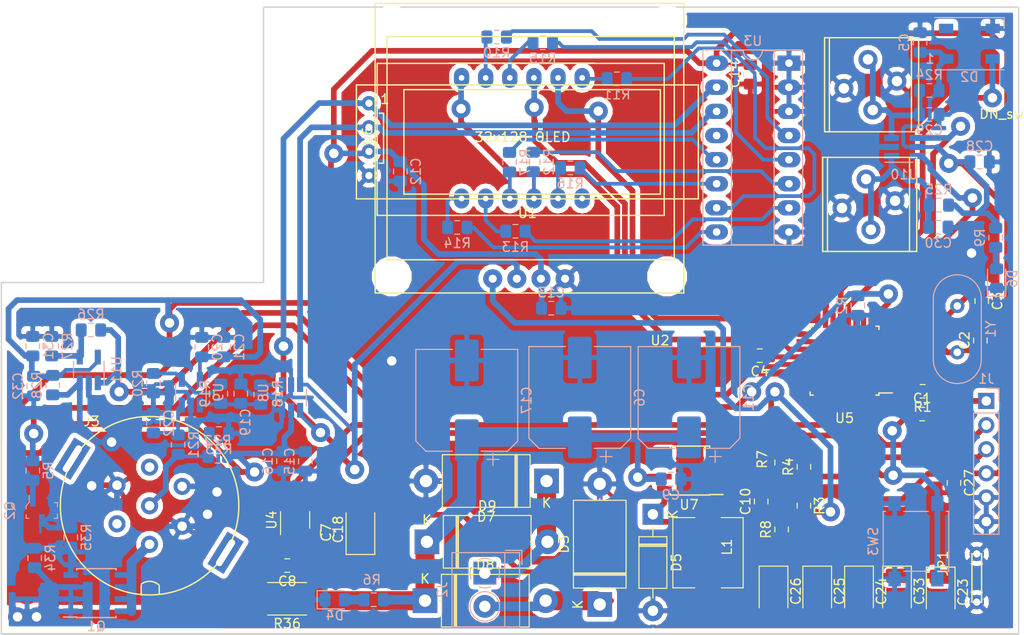
<source format=kicad_pcb>
(kicad_pcb (version 20171130) (host pcbnew "(5.0.2)-1")
  (layers (0 F.Cu signal) (31 B.Cu signal) (34 B.Paste user hide) (35 F.Paste user) (36 B.SilkS user) (37 F.SilkS user hide) (38 B.Mask user) (39 F.Mask user) (44 Edge.Cuts user))
  (net 0 "")
  (net 1 "Net-(U3-Pad13)")
  (net 2 GND)
  (net 3 +24V)
  (net 4 VCC)
  (net 5 SCL)
  (net 6 SDA)
  (net 7 "Net-(C1-Pad1)")
  (net 8 "Net-(D6-Pad2)")
  (net 9 "Net-(R7-Pad2)")
  (net 10 "Net-(D4-Pad2)")
  (net 11 "Net-(C10-Pad2)")
  (net 12 "Net-(U7-Pad2)")
  (net 13 "Net-(U7-Pad3)")
  (net 14 "Net-(U7-Pad5)")
  (net 15 "Net-(C10-Pad1)")
  (net 16 "Net-(C2-Pad1)")
  (net 17 "Net-(C3-Pad1)")
  (net 18 Pixel)
  (net 19 "Net-(C4-Pad1)")
  (net 20 "Net-(D2-Pad2)")
  (net 21 DTR)
  (net 22 TXO)
  (net 23 RXI)
  (net 24 "Net-(J3-Pad4)")
  (net 25 "Net-(D7-Pad1)")
  (net 26 "Net-(D3-Pad1)")
  (net 27 "Net-(R19-Pad1)")
  (net 28 "Net-(R12-Pad1)")
  (net 29 "Net-(R12-Pad2)")
  (net 30 "Net-(R13-Pad2)")
  (net 31 "Net-(R13-Pad1)")
  (net 32 "Net-(R14-Pad2)")
  (net 33 "Net-(R14-Pad1)")
  (net 34 "Net-(R15-Pad1)")
  (net 35 "Net-(R15-Pad2)")
  (net 36 "Net-(R16-Pad2)")
  (net 37 "Net-(R16-Pad1)")
  (net 38 "Net-(R17-Pad1)")
  (net 39 "Net-(R17-Pad2)")
  (net 40 "Net-(R10-Pad2)")
  (net 41 "Net-(R10-Pad1)")
  (net 42 "Net-(R18-Pad2)")
  (net 43 "Net-(R26-Pad2)")
  (net 44 "Net-(R11-Pad2)")
  (net 45 "Net-(R11-Pad1)")
  (net 46 "Net-(U5-Pad1)")
  (net 47 "Net-(U5-Pad2)")
  (net 48 "Net-(U5-Pad11)")
  (net 49 "Net-(U5-Pad14)")
  (net 50 "Net-(U5-Pad26)")
  (net 51 "Net-(U5-Pad32)")
  (net 52 "Net-(Q1-Pad4)")
  (net 53 "Net-(Q2-Pad1)")
  (net 54 "Net-(C8-Pad2)")
  (net 55 SolderPWM)
  (net 56 Dig2)
  (net 57 Dig3)
  (net 58 Dig1)
  (net 59 "Net-(U6-Pad6)")
  (net 60 "Net-(C19-Pad1)")
  (net 61 "Net-(C30-Pad1)")
  (net 62 "Net-(C29-Pad1)")
  (net 63 "Net-(C22-Pad1)")
  (net 64 "Net-(U5-Pad10)")
  (net 65 BTN_UP)
  (net 66 BTN_DN)
  (net 67 HandleTempRaw)
  (net 68 TipTemp)
  (net 69 HandleTemp)
  (net 70 PWMtoTip)
  (net 71 "Net-(U5-Pad23)")
  (net 72 "Net-(U5-Pad24)")
  (net 73 "Net-(U5-Pad25)")
  (net 74 "Net-(J3-Pad6)")
  (net 75 "Net-(Q2-Pad3)")
  (module Package_SO:SOIC-8_3.9x4.9mm_P1.27mm (layer B.Cu) (at 106 100.9)
    (fp_text reference Q1 (at 0 3.5) (layer B.SilkS) (effects (justify mirror)))
    (fp_text value Si4435)
    (pad 1 smd rect (at -2.7 1.905) (size 1.55 0.6) (layers B.Cu B.Paste B.Mask) (net 54 "Net-(C8-Pad2)"))
    (pad 2 smd rect (at -2.7 0.635) (size 1.55 0.6) (layers B.Cu B.Paste B.Mask) (net 54 "Net-(C8-Pad2)"))
    (pad 3 smd rect (at -2.7 -0.635) (size 1.55 0.6) (layers B.Cu B.Paste B.Mask) (net 54 "Net-(C8-Pad2)"))
    (pad 4 smd rect (at -2.7 -1.905) (size 1.55 0.6) (layers B.Cu B.Paste B.Mask) (net 52 "Net-(Q1-Pad4)"))
    (pad 5 smd rect (at 2.7 -1.905) (size 1.55 0.6) (layers B.Cu B.Paste B.Mask) (net 70 PWMtoTip))
    (pad 6 smd rect (at 2.7 -0.635) (size 1.55 0.6) (layers B.Cu B.Paste B.Mask) (net 70 PWMtoTip))
    (pad 7 smd rect (at 2.7 0.635) (size 1.55 0.6) (layers B.Cu B.Paste B.Mask) (net 70 PWMtoTip))
    (pad 8 smd rect (at 2.7 1.905) (size 1.55 0.6) (layers B.Cu B.Paste B.Mask) (net 70 PWMtoTip))
  )
  (module Libs:JUMPER_5MM (layer F.Cu) (at 197.684 97.786 90)
    (fp_text reference JP1 (at 0 -2.54 90) (layer F.SilkS))
    (fp_text value Jumper)
    (pad 1 thru_hole circle (at -4.064 1.016 90) (size 1.524 1.524) (drill 0.762) (layers *.Cu *.Mask) (net 2 GND))
    (pad 2 thru_hole circle (at 1.016 1.016 90) (size 1.524 1.524) (drill 0.762) (layers *.Cu *.Mask) (net 2 GND))
  )
  (module Libs:WellerConn (layer F.Cu) (at 111.6 91.7 180)
    (fp_text reference J3 (at 6.096 8.89 180) (layer F.SilkS))
    (fp_text value WellerConn)
    (pad 2 thru_hole circle (at 0 -4.064 135) (size 1.8 1.8) (drill 1) (layers *.Cu *.Mask) (net 70 PWMtoTip))
    (pad 3 thru_hole circle (at -3.429 -2.159 195) (size 1.8 1.8) (drill 1) (layers *.Cu *.Mask) (net 2 GND))
    (pad 4 thru_hole circle (at 3.429 -1.905 255) (size 1.8 1.8) (drill 1) (layers *.Cu *.Mask) (net 24 "Net-(J3-Pad4)"))
    (pad 5 thru_hole circle (at -3.429 2.032 315) (size 1.8 1.8) (drill 1) (layers *.Cu *.Mask) (net 67 HandleTempRaw))
    (pad 6 thru_hole circle (at 0 4.064 15) (size 1.8 1.8) (drill 1) (layers *.Cu *.Mask) (net 74 "Net-(J3-Pad6)"))
    (pad 7 thru_hole circle (at 3.429 2.159 75) (size 1.8 1.8) (drill 1) (layers *.Cu *.Mask) (net 2 GND))
    (pad 1 thru_hole circle (at 0 0 135) (size 1.8 1.8) (drill 1) (layers *.Cu *.Mask) (net 68 TipTemp))
    (pad "" np_thru_hole rect (at 8.128 4.953 148) (size 2 4) (drill oval 0.7 3.2) (layers *.Cu *.Mask))
    (pad "" np_thru_hole rect (at -8.001 -4.953 328) (size 2 4) (drill oval 0.7 3.2) (layers *.Cu *.Mask))
  )
  (module Capacitor_SMD:CP_Elec_10x10.5 (layer B.Cu) (at 156.9 80.3 90)
    (fp_text reference C6 (at 0 6.3 90) (layer B.SilkS) (effects (justify mirror)))
    (fp_text value 100uF)
    (pad 1 smd roundrect (at -4.2 0 90) (size 4.4 2.5) (layers B.Cu B.Paste B.Mask) (roundrect_rratio 0.1) (net 3 +24V))
    (pad 2 smd roundrect (at 4.2 0 90) (size 4.4 2.5) (layers B.Cu B.Paste B.Mask) (roundrect_rratio 0.1) (net 2 GND))
  )
  (module Capacitor_SMD:CP_Elec_10x10.5 (layer B.Cu) (at 168.4 80.3 90)
    (fp_text reference C11 (at 0 6.3 90) (layer B.SilkS) (effects (justify mirror)))
    (fp_text value 100uF)
    (pad 2 smd roundrect (at 4.2 0 90) (size 4.4 2.5) (layers B.Cu B.Paste B.Mask) (roundrect_rratio 0.1) (net 2 GND))
    (pad 1 smd roundrect (at -4.2 0 90) (size 4.4 2.5) (layers B.Cu B.Paste B.Mask) (roundrect_rratio 0.1) (net 3 +24V))
  )
  (module Capacitor_SMD:CP_Elec_10x10.5 (layer B.Cu) (at 145 80.6 90)
    (fp_text reference C17 (at 0 6.3 90) (layer B.SilkS) (effects (justify mirror)))
    (fp_text value 100uF)
    (pad 1 smd roundrect (at -4.2 0 90) (size 4.4 2.5) (layers B.Cu B.Paste B.Mask) (roundrect_rratio 0.1) (net 3 +24V))
    (pad 2 smd roundrect (at 4.2 0 90) (size 4.4 2.5) (layers B.Cu B.Paste B.Mask) (roundrect_rratio 0.1) (net 2 GND))
  )
  (module Capacitor_Tantalum_SMD:CP_EIA-3528-15_AVX-H_Pad1.50x2.35mm_HandSolder (layer F.Cu) (at 177.3 100.7 270)
    (fp_text reference C26 (at 0 -2.35 270) (layer F.SilkS))
    (fp_text value 15u)
    (pad 2 smd roundrect (at 1.625 0 270) (size 1.5 2.35) (layers F.Cu F.Paste F.Mask) (roundrect_rratio 0.166667) (net 2 GND))
    (pad 1 smd roundrect (at -1.625 0 270) (size 1.5 2.35) (layers F.Cu F.Paste F.Mask) (roundrect_rratio 0.166667) (net 4 VCC))
  )
  (module Capacitor_Tantalum_SMD:CP_EIA-3528-15_AVX-H_Pad1.50x2.35mm_HandSolder (layer F.Cu) (at 190.3 100.7 270)
    (fp_text reference C33 (at 0 -2.35 270) (layer F.SilkS))
    (fp_text value 15u)
    (pad 1 smd roundrect (at -1.625 0 270) (size 1.5 2.35) (layers F.Cu F.Paste F.Mask) (roundrect_rratio 0.166667) (net 4 VCC))
    (pad 2 smd roundrect (at 1.625 0 270) (size 1.5 2.35) (layers F.Cu F.Paste F.Mask) (roundrect_rratio 0.166667) (net 2 GND))
  )
  (module Libs:libOLED_128x64_i2c (layer F.Cu) (at 166.1 71.3 180)
    (fp_text reference U2 (at 0.75 -3 180) (layer F.SilkS))
    (fp_text value OLED_128x64_i2c_0.96")
    (pad "" np_thru_hole circle (at 0 3.75 180) (size 3.2 3.2) (drill 3.2) (layers *.Cu *.Mask))
    (pad 21 np_thru_hole circle (at 29 3.75 180) (size 3.2 3.2) (drill 3.2) (layers *.Cu *.Mask))
    (pad 12 np_thru_hole circle (at 0 30.75 180) (size 3.2 3.2) (drill 3.2) (layers *.Cu *.Mask))
    (pad 22 np_thru_hole circle (at 29 30.75 180) (size 3.2 3.2) (drill 3.2) (layers *.Cu *.Mask))
    (pad 1 thru_hole circle (at 10.75 3.5 180) (size 2 2) (drill 0.85) (layers *.Cu *.Mask) (net 2 GND))
    (pad 2 thru_hole circle (at 13.29 3.5 180) (size 2 2) (drill 0.85) (layers *.Cu *.Mask) (net 4 VCC))
    (pad 3 thru_hole circle (at 15.83 3.5 180) (size 2 2) (drill 0.85) (layers *.Cu *.Mask) (net 5 SCL))
    (pad 4 thru_hole circle (at 18.37 3.5 180) (size 2 2) (drill 0.85) (layers *.Cu *.Mask) (net 6 SDA))
  )
  (module Capacitor_SMD:C_0805_2012Metric_Pad1.15x1.40mm_HandSolder (layer B.Cu) (at 99.4 79.1 270)
    (fp_text reference C32 (at 0 1.65 270) (layer B.SilkS) (effects (justify mirror)))
    (fp_text value 10n)
    (pad 2 smd roundrect (at 1.025 0 270) (size 1.15 1.4) (layers B.Cu B.Paste B.Mask) (roundrect_rratio 0.217391) (net 2 GND))
    (pad 1 smd roundrect (at -1.025 0 270) (size 1.15 1.4) (layers B.Cu B.Paste B.Mask) (roundrect_rratio 0.217391) (net 4 VCC))
  )
  (module Capacitor_SMD:C_0805_2012Metric_Pad1.15x1.40mm_HandSolder (layer B.Cu) (at 99.3 74.9 90)
    (fp_text reference C31 (at 0 1.65 90) (layer B.SilkS) (effects (justify mirror)))
    (fp_text value 100n)
    (pad 1 smd roundrect (at -1.025 0 90) (size 1.15 1.4) (layers B.Cu B.Paste B.Mask) (roundrect_rratio 0.217391) (net 4 VCC))
    (pad 2 smd roundrect (at 1.025 0 90) (size 1.15 1.4) (layers B.Cu B.Paste B.Mask) (roundrect_rratio 0.217391) (net 2 GND))
  )
  (module Package_TO_SOT_SMD:SOT-23-5_HandSoldering (layer B.Cu) (at 105.2 77.4 90)
    (fp_text reference U11 (at 0 2.9 90) (layer B.SilkS) (effects (justify mirror)))
    (fp_text value AD8541ARZ)
    (pad 1 smd rect (at -1.35 0.95 90) (size 1.56 0.65) (layers B.Cu B.Paste B.Mask) (net 69 HandleTemp))
    (pad 2 smd rect (at -1.35 0 90) (size 1.56 0.65) (layers B.Cu B.Paste B.Mask) (net 2 GND))
    (pad 3 smd rect (at -1.35 -0.95 90) (size 1.56 0.65) (layers B.Cu B.Paste B.Mask) (net 67 HandleTempRaw))
    (pad 4 smd rect (at 1.35 -0.95 90) (size 1.56 0.65) (layers B.Cu B.Paste B.Mask) (net 43 "Net-(R26-Pad2)"))
    (pad 5 smd rect (at 1.35 0.95 90) (size 1.56 0.65) (layers B.Cu B.Paste B.Mask) (net 4 VCC))
  )
  (module Resistor_SMD:R_0805_2012Metric_Pad1.15x1.40mm_HandSolder (layer B.Cu) (at 105.425 73.2 180)
    (fp_text reference R26 (at 0 1.65 180) (layer B.SilkS) (effects (justify mirror)))
    (fp_text value 10K)
    (pad 1 smd roundrect (at -1.025 0 180) (size 1.15 1.4) (layers B.Cu B.Paste B.Mask) (roundrect_rratio 0.217391) (net 69 HandleTemp))
    (pad 2 smd roundrect (at 1.025 0 180) (size 1.15 1.4) (layers B.Cu B.Paste B.Mask) (roundrect_rratio 0.217391) (net 43 "Net-(R26-Pad2)"))
  )
  (module Resistor_SMD:R_0805_2012Metric_Pad1.15x1.40mm_HandSolder (layer B.Cu) (at 101.3 74.9 90)
    (fp_text reference R27 (at 0 1.65 90) (layer B.SilkS) (effects (justify mirror)))
    (fp_text value 10K)
    (pad 2 smd roundrect (at 1.025 0 90) (size 1.15 1.4) (layers B.Cu B.Paste B.Mask) (roundrect_rratio 0.217391) (net 2 GND))
    (pad 1 smd roundrect (at -1.025 0 90) (size 1.15 1.4) (layers B.Cu B.Paste B.Mask) (roundrect_rratio 0.217391) (net 43 "Net-(R26-Pad2)"))
  )
  (module Resistor_SMD:R_0805_2012Metric_Pad1.15x1.40mm_HandSolder (layer B.Cu) (at 101.4 79 270)
    (fp_text reference R28 (at 0 1.65 270) (layer B.SilkS) (effects (justify mirror)))
    (fp_text value 10K)
    (pad 1 smd roundrect (at -1.025 0 270) (size 1.15 1.4) (layers B.Cu B.Paste B.Mask) (roundrect_rratio 0.217391) (net 4 VCC))
    (pad 2 smd roundrect (at 1.025 0 270) (size 1.15 1.4) (layers B.Cu B.Paste B.Mask) (roundrect_rratio 0.217391) (net 67 HandleTempRaw))
  )
  (module Capacitor_SMD:C_0805_2012Metric_Pad1.15x1.40mm_HandSolder (layer B.Cu) (at 194.65 62.375)
    (fp_text reference C30 (at 0 1.65) (layer B.SilkS) (effects (justify mirror)))
    (fp_text value 10n)
    (pad 1 smd roundrect (at -1.025 0) (size 1.15 1.4) (layers B.Cu B.Paste B.Mask) (roundrect_rratio 0.217391) (net 61 "Net-(C30-Pad1)"))
    (pad 2 smd roundrect (at 1.025 0) (size 1.15 1.4) (layers B.Cu B.Paste B.Mask) (roundrect_rratio 0.217391) (net 2 GND))
  )
  (module Capacitor_SMD:C_0805_2012Metric_Pad1.15x1.40mm_HandSolder (layer B.Cu) (at 193.7 50.5)
    (fp_text reference C29 (at 0 1.65) (layer B.SilkS) (effects (justify mirror)))
    (fp_text value 10n)
    (pad 2 smd roundrect (at 1.025 0) (size 1.15 1.4) (layers B.Cu B.Paste B.Mask) (roundrect_rratio 0.217391) (net 2 GND))
    (pad 1 smd roundrect (at -1.025 0) (size 1.15 1.4) (layers B.Cu B.Paste B.Mask) (roundrect_rratio 0.217391) (net 62 "Net-(C29-Pad1)"))
  )
  (module Capacitor_SMD:C_0805_2012Metric_Pad1.15x1.40mm_HandSolder (layer B.Cu) (at 199 55.5 180)
    (fp_text reference C28 (at 0 1.65 180) (layer B.SilkS) (effects (justify mirror)))
    (fp_text value 100n)
    (pad 1 smd roundrect (at -1.025 0 180) (size 1.15 1.4) (layers B.Cu B.Paste B.Mask) (roundrect_rratio 0.217391) (net 2 GND))
    (pad 2 smd roundrect (at 1.025 0 180) (size 1.15 1.4) (layers B.Cu B.Paste B.Mask) (roundrect_rratio 0.217391) (net 4 VCC))
  )
  (module Capacitor_SMD:C_0805_2012Metric_Pad1.15x1.40mm_HandSolder (layer F.Cu) (at 196.3 89.3 270)
    (fp_text reference C27 (at 0 -1.65 270) (layer F.SilkS))
    (fp_text value 10n)
    (pad 2 smd roundrect (at 1.025 0 270) (size 1.15 1.4) (layers F.Cu F.Paste F.Mask) (roundrect_rratio 0.217391) (net 2 GND))
    (pad 1 smd roundrect (at -1.025 0 270) (size 1.15 1.4) (layers F.Cu F.Paste F.Mask) (roundrect_rratio 0.217391) (net 4 VCC))
  )
  (module Capacitor_SMD:C_0805_2012Metric_Pad1.15x1.40mm_HandSolder (layer B.Cu) (at 112 83 90)
    (fp_text reference C22 (at 0 1.65 90) (layer B.SilkS) (effects (justify mirror)))
    (fp_text value 10n)
    (pad 1 smd roundrect (at -1.025 0 90) (size 1.15 1.4) (layers B.Cu B.Paste B.Mask) (roundrect_rratio 0.217391) (net 63 "Net-(C22-Pad1)"))
    (pad 2 smd roundrect (at 1.025 0 90) (size 1.15 1.4) (layers B.Cu B.Paste B.Mask) (roundrect_rratio 0.217391) (net 2 GND))
  )
  (module Capacitor_SMD:C_0805_2012Metric_Pad1.15x1.40mm_HandSolder (layer B.Cu) (at 119.4 75 90)
    (fp_text reference C21 (at 0 1.65 90) (layer B.SilkS) (effects (justify mirror)))
    (fp_text value 10n)
    (pad 2 smd roundrect (at 1.025 0 90) (size 1.15 1.4) (layers B.Cu B.Paste B.Mask) (roundrect_rratio 0.217391) (net 2 GND))
    (pad 1 smd roundrect (at -1.025 0 90) (size 1.15 1.4) (layers B.Cu B.Paste B.Mask) (roundrect_rratio 0.217391) (net 4 VCC))
  )
  (module Capacitor_SMD:C_0805_2012Metric_Pad1.15x1.40mm_HandSolder (layer B.Cu) (at 117.1 75 90)
    (fp_text reference C20 (at 0 1.65 90) (layer B.SilkS) (effects (justify mirror)))
    (fp_text value 100n)
    (pad 1 smd roundrect (at -1.025 0 90) (size 1.15 1.4) (layers B.Cu B.Paste B.Mask) (roundrect_rratio 0.217391) (net 4 VCC))
    (pad 2 smd roundrect (at 1.025 0 90) (size 1.15 1.4) (layers B.Cu B.Paste B.Mask) (roundrect_rratio 0.217391) (net 2 GND))
  )
  (module Capacitor_SMD:C_0805_2012Metric_Pad1.15x1.40mm_HandSolder (layer B.Cu) (at 121.2 79.9 90)
    (fp_text reference C19 (at -3 0.5 90) (layer B.SilkS) (effects (justify mirror)))
    (fp_text value 10n)
    (pad 2 smd roundrect (at 1.025 0 90) (size 1.15 1.4) (layers B.Cu B.Paste B.Mask) (roundrect_rratio 0.217391) (net 2 GND))
    (pad 1 smd roundrect (at -1.025 0 90) (size 1.15 1.4) (layers B.Cu B.Paste B.Mask) (roundrect_rratio 0.217391) (net 60 "Net-(C19-Pad1)"))
  )
  (module Capacitor_SMD:C_0805_2012Metric_Pad1.15x1.40mm_HandSolder (layer B.Cu) (at 125.7 87 270)
    (fp_text reference C16 (at 0 1.65 270) (layer B.SilkS) (effects (justify mirror)))
    (fp_text value 10n)
    (pad 1 smd roundrect (at -1.025 0 270) (size 1.15 1.4) (layers B.Cu B.Paste B.Mask) (roundrect_rratio 0.217391) (net 4 VCC))
    (pad 2 smd roundrect (at 1.025 0 270) (size 1.15 1.4) (layers B.Cu B.Paste B.Mask) (roundrect_rratio 0.217391) (net 2 GND))
  )
  (module Capacitor_SMD:C_0805_2012Metric_Pad1.15x1.40mm_HandSolder (layer B.Cu) (at 128 87.025 270)
    (fp_text reference C15 (at 0 1.65 270) (layer B.SilkS) (effects (justify mirror)))
    (fp_text value 100n)
    (pad 2 smd roundrect (at 1.025 0 270) (size 1.15 1.4) (layers B.Cu B.Paste B.Mask) (roundrect_rratio 0.217391) (net 2 GND))
    (pad 1 smd roundrect (at -1.025 0 270) (size 1.15 1.4) (layers B.Cu B.Paste B.Mask) (roundrect_rratio 0.217391) (net 4 VCC))
  )
  (module Capacitor_Tantalum_SMD:CP_EIA-3528-15_AVX-H_Pad1.50x2.35mm_HandSolder (layer F.Cu) (at 186.3 100.7 270)
    (fp_text reference C24 (at 0 -2.35 270) (layer F.SilkS))
    (fp_text value 15u)
    (pad 1 smd roundrect (at -1.625 0 270) (size 1.5 2.35) (layers F.Cu F.Paste F.Mask) (roundrect_rratio 0.166667) (net 4 VCC))
    (pad 2 smd roundrect (at 1.625 0 270) (size 1.5 2.35) (layers F.Cu F.Paste F.Mask) (roundrect_rratio 0.166667) (net 2 GND))
  )
  (module Capacitor_Tantalum_SMD:CP_EIA-3528-15_AVX-H_Pad1.50x2.35mm_HandSolder (layer F.Cu) (at 181.9 100.7 270)
    (fp_text reference C25 (at 0 -2.35 270) (layer F.SilkS))
    (fp_text value 15u)
    (pad 2 smd roundrect (at 1.625 0 270) (size 1.5 2.35) (layers F.Cu F.Paste F.Mask) (roundrect_rratio 0.166667) (net 2 GND))
    (pad 1 smd roundrect (at -1.625 0 270) (size 1.5 2.35) (layers F.Cu F.Paste F.Mask) (roundrect_rratio 0.166667) (net 4 VCC))
  )
  (module Capacitor_Tantalum_SMD:CP_EIA-3528-15_AVX-H_Pad1.50x2.35mm_HandSolder (layer F.Cu) (at 194.9 100.8 270)
    (fp_text reference C23 (at 0 -2.35 270) (layer F.SilkS))
    (fp_text value 15u)
    (pad 1 smd roundrect (at -1.625 0 270) (size 1.5 2.35) (layers F.Cu F.Paste F.Mask) (roundrect_rratio 0.166667) (net 4 VCC))
    (pad 2 smd roundrect (at 1.625 0 270) (size 1.5 2.35) (layers F.Cu F.Paste F.Mask) (roundrect_rratio 0.166667) (net 2 GND))
  )
  (module Capacitor_Tantalum_SMD:CP_EIA-3528-21_Kemet-B_Pad1.50x2.35mm_HandSolder (layer F.Cu) (at 133.8 94.2 90)
    (fp_text reference C18 (at 0 -2.35 90) (layer F.SilkS))
    (fp_text value 15.6U)
    (pad 1 smd roundrect (at -1.625 0 90) (size 1.5 2.35) (layers F.Cu F.Paste F.Mask) (roundrect_rratio 0.166667) (net 4 VCC))
    (pad 2 smd roundrect (at 1.625 0 90) (size 1.5 2.35) (layers F.Cu F.Paste F.Mask) (roundrect_rratio 0.166667) (net 2 GND))
  )
  (module Package_TO_SOT_SMD:SOT-23-5_HandSoldering (layer B.Cu) (at 115.95 79.75 90)
    (fp_text reference U9 (at 0 2.9 90) (layer B.SilkS) (effects (justify mirror)))
    (fp_text value AD8541ARZ)
    (pad 1 smd rect (at -1.35 0.95 90) (size 1.56 0.65) (layers B.Cu B.Paste B.Mask) (net 60 "Net-(C19-Pad1)"))
    (pad 2 smd rect (at -1.35 0 90) (size 1.56 0.65) (layers B.Cu B.Paste B.Mask) (net 2 GND))
    (pad 3 smd rect (at -1.35 -0.95 90) (size 1.56 0.65) (layers B.Cu B.Paste B.Mask) (net 63 "Net-(C22-Pad1)"))
    (pad 4 smd rect (at 1.35 -0.95 90) (size 1.56 0.65) (layers B.Cu B.Paste B.Mask) (net 27 "Net-(R19-Pad1)"))
    (pad 5 smd rect (at 1.35 0.95 90) (size 1.56 0.65) (layers B.Cu B.Paste B.Mask) (net 4 VCC))
  )
  (module Package_TO_SOT_SMD:SOT-23-6_Handsoldering (layer B.Cu) (at 126.5 80.3 270)
    (fp_text reference U8 (at -0.5 2.9 270) (layer B.SilkS) (effects (justify mirror)))
    (fp_text value ADS1000)
    (pad 5 smd rect (at 1.35 0 270) (size 1.56 0.65) (layers B.Cu B.Paste B.Mask) (net 4 VCC))
    (pad 6 smd rect (at 1.35 0.95 270) (size 1.56 0.65) (layers B.Cu B.Paste B.Mask) (net 2 GND))
    (pad 4 smd rect (at 1.35 -0.95 270) (size 1.56 0.65) (layers B.Cu B.Paste B.Mask) (net 6 SDA))
    (pad 3 smd rect (at -1.35 -0.95 270) (size 1.56 0.65) (layers B.Cu B.Paste B.Mask) (net 5 SCL))
    (pad 2 smd rect (at -1.35 0 270) (size 1.56 0.65) (layers B.Cu B.Paste B.Mask) (net 2 GND))
    (pad 1 smd rect (at -1.35 0.95 270) (size 1.56 0.65) (layers B.Cu B.Paste B.Mask) (net 42 "Net-(R18-Pad2)"))
  )
  (module Package_TO_SOT_SMD:SOT-23-6_Handsoldering (layer B.Cu) (at 191.075 53.925)
    (fp_text reference U10 (at 0 2.9) (layer B.SilkS) (effects (justify mirror)))
    (fp_text value 74HCT2G14GV)
    (pad 1 smd rect (at -1.35 0.95) (size 1.56 0.65) (layers B.Cu B.Paste B.Mask) (net 61 "Net-(C30-Pad1)"))
    (pad 2 smd rect (at -1.35 0) (size 1.56 0.65) (layers B.Cu B.Paste B.Mask) (net 2 GND))
    (pad 3 smd rect (at -1.35 -0.95) (size 1.56 0.65) (layers B.Cu B.Paste B.Mask) (net 62 "Net-(C29-Pad1)"))
    (pad 4 smd rect (at 1.35 -0.95) (size 1.56 0.65) (layers B.Cu B.Paste B.Mask) (net 66 BTN_DN))
    (pad 6 smd rect (at 1.35 0.95) (size 1.56 0.65) (layers B.Cu B.Paste B.Mask) (net 65 BTN_UP))
    (pad 5 smd rect (at 1.35 0) (size 1.56 0.65) (layers B.Cu B.Paste B.Mask) (net 4 VCC))
  )
  (module Resistor_SMD:R_0805_2012Metric_Pad1.15x1.40mm_HandSolder (layer B.Cu) (at 114.6 85.275 90)
    (fp_text reference R21 (at 0 1.65 90) (layer B.SilkS) (effects (justify mirror)))
    (fp_text value 5K6)
    (pad 2 smd roundrect (at 1.025 0 90) (size 1.15 1.4) (layers B.Cu B.Paste B.Mask) (roundrect_rratio 0.217391) (net 63 "Net-(C22-Pad1)"))
    (pad 1 smd roundrect (at -1.025 0 90) (size 1.15 1.4) (layers B.Cu B.Paste B.Mask) (roundrect_rratio 0.217391) (net 68 TipTemp))
  )
  (module Resistor_SMD:R_0805_2012Metric_Pad1.15x1.40mm_HandSolder (layer B.Cu) (at 118.775 86.5 180)
    (fp_text reference R22 (at 0 1.65 180) (layer B.SilkS) (effects (justify mirror)))
    (fp_text value 1M)
    (pad 1 smd roundrect (at -1.025 0 180) (size 1.15 1.4) (layers B.Cu B.Paste B.Mask) (roundrect_rratio 0.217391) (net 4 VCC))
    (pad 2 smd roundrect (at 1.025 0 180) (size 1.15 1.4) (layers B.Cu B.Paste B.Mask) (roundrect_rratio 0.217391) (net 68 TipTemp))
  )
  (module Resistor_SMD:R_0805_2012Metric_Pad1.15x1.40mm_HandSolder (layer B.Cu) (at 118.9 84.1)
    (fp_text reference R23 (at 0 1.65) (layer B.SilkS) (effects (justify mirror)))
    (fp_text value 10M)
    (pad 2 smd roundrect (at 1.025 0) (size 1.15 1.4) (layers B.Cu B.Paste B.Mask) (roundrect_rratio 0.217391) (net 2 GND))
    (pad 1 smd roundrect (at -1.025 0) (size 1.15 1.4) (layers B.Cu B.Paste B.Mask) (roundrect_rratio 0.217391) (net 68 TipTemp))
  )
  (module Resistor_SMD:R_0805_2012Metric_Pad1.15x1.40mm_HandSolder (layer B.Cu) (at 193.7 47.975 180)
    (fp_text reference R24 (at 0 1.65 180) (layer B.SilkS) (effects (justify mirror)))
    (fp_text value 100K)
    (pad 1 smd roundrect (at -1.025 0 180) (size 1.15 1.4) (layers B.Cu B.Paste B.Mask) (roundrect_rratio 0.217391) (net 4 VCC))
    (pad 2 smd roundrect (at 1.025 0 180) (size 1.15 1.4) (layers B.Cu B.Paste B.Mask) (roundrect_rratio 0.217391) (net 62 "Net-(C29-Pad1)"))
  )
  (module Resistor_SMD:R_0805_2012Metric_Pad1.15x1.40mm_HandSolder (layer B.Cu) (at 119.1 79.9 270)
    (fp_text reference R19 (at 0 1.65 270) (layer B.SilkS) (effects (justify mirror)))
    (fp_text value 18K)
    (pad 2 smd roundrect (at 1.025 0 270) (size 1.15 1.4) (layers B.Cu B.Paste B.Mask) (roundrect_rratio 0.217391) (net 60 "Net-(C19-Pad1)"))
    (pad 1 smd roundrect (at -1.025 0 270) (size 1.15 1.4) (layers B.Cu B.Paste B.Mask) (roundrect_rratio 0.217391) (net 27 "Net-(R19-Pad1)"))
  )
  (module Resistor_SMD:R_0805_2012Metric_Pad1.15x1.40mm_HandSolder (layer B.Cu) (at 194.7 60.05 180)
    (fp_text reference R25 (at 0 1.65 180) (layer B.SilkS) (effects (justify mirror)))
    (fp_text value 100K)
    (pad 1 smd roundrect (at -1.025 0 180) (size 1.15 1.4) (layers B.Cu B.Paste B.Mask) (roundrect_rratio 0.217391) (net 4 VCC))
    (pad 2 smd roundrect (at 1.025 0 180) (size 1.15 1.4) (layers B.Cu B.Paste B.Mask) (roundrect_rratio 0.217391) (net 61 "Net-(C30-Pad1)"))
  )
  (module Resistor_SMD:R_0805_2012Metric_Pad1.15x1.40mm_HandSolder (layer B.Cu) (at 112 78.8 270)
    (fp_text reference R20 (at 0 1.65 270) (layer B.SilkS) (effects (justify mirror)))
    (fp_text value 100R)
    (pad 2 smd roundrect (at 1.025 0 270) (size 1.15 1.4) (layers B.Cu B.Paste B.Mask) (roundrect_rratio 0.217391) (net 2 GND))
    (pad 1 smd roundrect (at -1.025 0 270) (size 1.15 1.4) (layers B.Cu B.Paste B.Mask) (roundrect_rratio 0.217391) (net 27 "Net-(R19-Pad1)"))
  )
  (module Resistor_SMD:R_0805_2012Metric_Pad1.15x1.40mm_HandSolder (layer B.Cu) (at 123.3 80 90)
    (fp_text reference R18 (at 0.1 1.8 90) (layer B.SilkS) (effects (justify mirror)))
    (fp_text value 5K6)
    (pad 1 smd roundrect (at -1.025 0 90) (size 1.15 1.4) (layers B.Cu B.Paste B.Mask) (roundrect_rratio 0.217391) (net 60 "Net-(C19-Pad1)"))
    (pad 2 smd roundrect (at 1.025 0 90) (size 1.15 1.4) (layers B.Cu B.Paste B.Mask) (roundrect_rratio 0.217391) (net 42 "Net-(R18-Pad2)"))
  )
  (module Libs:KYX-4301AS (layer F.Cu) (at 150.8 53)
    (fp_text reference U6 (at -16.256 -0.254 90) (layer F.SilkS))
    (fp_text value 4301AS)
    (pad 12 thru_hole oval (at -6.35 -6.35) (size 1.6 2.1) (drill 0.6) (layers *.Cu *.Mask) (net 57 Dig3))
    (pad 1 thru_hole oval (at -6.35 6.35) (size 1.6 2.1) (drill 0.6) (layers *.Cu *.Mask) (net 33 "Net-(R14-Pad1)"))
    (pad 11 thru_hole oval (at -3.81 -6.35) (size 1.6 2.1) (drill 0.6) (layers *.Cu *.Mask) (net 41 "Net-(R10-Pad1)"))
    (pad 2 thru_hole oval (at -3.81 6.35) (size 1.6 2.1) (drill 0.6) (layers *.Cu *.Mask) (net 31 "Net-(R13-Pad1)"))
    (pad 10 thru_hole oval (at -1.27 -6.35) (size 1.6 2.1) (drill 0.6) (layers *.Cu *.Mask) (net 34 "Net-(R15-Pad1)"))
    (pad 3 thru_hole oval (at -1.27 6.35) (size 1.6 2.1) (drill 0.6) (layers *.Cu *.Mask) (net 38 "Net-(R17-Pad1)"))
    (pad 9 thru_hole oval (at 1.27 -6.35) (size 1.6 2.1) (drill 0.6) (layers *.Cu *.Mask) (net 56 Dig2))
    (pad 4 thru_hole oval (at 1.27 6.35) (size 1.6 2.1) (drill 0.6) (layers *.Cu *.Mask) (net 28 "Net-(R12-Pad1)"))
    (pad 8 thru_hole oval (at 3.81 -6.35) (size 1.6 2.1) (drill 0.6) (layers *.Cu *.Mask) (net 58 Dig1))
    (pad 5 thru_hole oval (at 3.81 6.35) (size 1.6 2.1) (drill 0.6) (layers *.Cu *.Mask) (net 37 "Net-(R16-Pad1)"))
    (pad 7 thru_hole oval (at 6.35 -6.35) (size 1.6 2.1) (drill 0.6) (layers *.Cu *.Mask) (net 45 "Net-(R11-Pad1)"))
    (pad 6 thru_hole oval (at 6.35 6.35) (size 1.6 2.1) (drill 0.6) (layers *.Cu *.Mask) (net 59 "Net-(U6-Pad6)"))
  )
  (module Package_TO_SOT_SMD:TSOT-23-8_HandSoldering (layer F.Cu) (at 126.9 93.2 90)
    (fp_text reference U4 (at 0 -2.45 90) (layer F.SilkS))
    (fp_text value INA219)
    (pad 1 smd rect (at -1.71 -0.97 90) (size 2 0.4) (layers F.Cu F.Paste F.Mask) (net 54 "Net-(C8-Pad2)"))
    (pad 2 smd rect (at -1.71 -0.33 90) (size 2 0.4) (layers F.Cu F.Paste F.Mask) (net 3 +24V))
    (pad 3 smd rect (at -1.71 0.33 90) (size 2 0.4) (layers F.Cu F.Paste F.Mask) (net 2 GND))
    (pad 4 smd rect (at -1.71 0.97 90) (size 2 0.4) (layers F.Cu F.Paste F.Mask) (net 4 VCC))
    (pad 5 smd rect (at 1.71 0.97 90) (size 2 0.4) (layers F.Cu F.Paste F.Mask) (net 5 SCL))
    (pad 6 smd rect (at 1.71 0.33 90) (size 2 0.4) (layers F.Cu F.Paste F.Mask) (net 6 SDA))
    (pad 7 smd rect (at 1.71 -0.33 90) (size 2 0.4) (layers F.Cu F.Paste F.Mask) (net 2 GND))
    (pad 8 smd rect (at 1.71 -0.97 90) (size 2 0.4) (layers F.Cu F.Paste F.Mask) (net 2 GND))
  )
  (module Resistor_SMD:R_0805_2012Metric_Pad1.15x1.40mm_HandSolder (layer B.Cu) (at 99.3 88 90)
    (fp_text reference R5 (at 0 1.65 90) (layer B.SilkS) (effects (justify mirror)))
    (fp_text value 100R)
    (pad 1 smd roundrect (at -1.025 0 90) (size 1.15 1.4) (layers B.Cu B.Paste B.Mask) (roundrect_rratio 0.217391) (net 53 "Net-(Q2-Pad1)"))
    (pad 2 smd roundrect (at 1.025 0 90) (size 1.15 1.4) (layers B.Cu B.Paste B.Mask) (roundrect_rratio 0.217391) (net 55 SolderPWM))
  )
  (module Package_DIP:DIP-16_W7.62mm_Socket_LongPads (layer B.Cu) (at 178.925 45.1 180)
    (fp_text reference U3 (at 3.81 2.33 180) (layer B.SilkS) (effects (justify mirror)))
    (fp_text value PCF8574)
    (pad 16 thru_hole oval (at 7.62 0 180) (size 2.4 1.6) (drill 0.8) (layers *.Cu *.Mask) (net 4 VCC))
    (pad 8 thru_hole oval (at 0 -17.78 180) (size 2.4 1.6) (drill 0.8) (layers *.Cu *.Mask) (net 2 GND))
    (pad 15 thru_hole oval (at 7.62 -2.54 180) (size 2.4 1.6) (drill 0.8) (layers *.Cu *.Mask) (net 6 SDA))
    (pad 7 thru_hole oval (at 0 -15.24 180) (size 2.4 1.6) (drill 0.8) (layers *.Cu *.Mask) (net 30 "Net-(R13-Pad2)"))
    (pad 14 thru_hole oval (at 7.62 -5.08 180) (size 2.4 1.6) (drill 0.8) (layers *.Cu *.Mask) (net 5 SCL))
    (pad 6 thru_hole oval (at 0 -12.7 180) (size 2.4 1.6) (drill 0.8) (layers *.Cu *.Mask) (net 29 "Net-(R12-Pad2)"))
    (pad 13 thru_hole oval (at 7.62 -7.62 180) (size 2.4 1.6) (drill 0.8) (layers *.Cu *.Mask) (net 1 "Net-(U3-Pad13)"))
    (pad 5 thru_hole oval (at 0 -10.16 180) (size 2.4 1.6) (drill 0.8) (layers *.Cu *.Mask) (net 44 "Net-(R11-Pad2)"))
    (pad 12 thru_hole oval (at 7.62 -10.16 180) (size 2.4 1.6) (drill 0.8) (layers *.Cu *.Mask) (net 39 "Net-(R17-Pad2)"))
    (pad 4 thru_hole oval (at 0 -7.62 180) (size 2.4 1.6) (drill 0.8) (layers *.Cu *.Mask) (net 40 "Net-(R10-Pad2)"))
    (pad 11 thru_hole oval (at 7.62 -12.7 180) (size 2.4 1.6) (drill 0.8) (layers *.Cu *.Mask) (net 36 "Net-(R16-Pad2)"))
    (pad 3 thru_hole oval (at 0 -5.08 180) (size 2.4 1.6) (drill 0.8) (layers *.Cu *.Mask) (net 2 GND))
    (pad 10 thru_hole oval (at 7.62 -15.24 180) (size 2.4 1.6) (drill 0.8) (layers *.Cu *.Mask) (net 35 "Net-(R15-Pad2)"))
    (pad 2 thru_hole oval (at 0 -2.54 180) (size 2.4 1.6) (drill 0.8) (layers *.Cu *.Mask) (net 2 GND))
    (pad 9 thru_hole oval (at 7.62 -17.78 180) (size 2.4 1.6) (drill 0.8) (layers *.Cu *.Mask) (net 32 "Net-(R14-Pad2)"))
    (pad 1 thru_hole rect (at 0 0 180) (size 2.4 1.6) (drill 0.8) (layers *.Cu *.Mask) (net 2 GND))
  )
  (module Resistor_SMD:R_0805_2012Metric_Pad1.15x1.40mm_HandSolder (layer B.Cu) (at 103.3 95.025 90)
    (fp_text reference R35 (at 0 1.65 90) (layer B.SilkS) (effects (justify mirror)))
    (fp_text value 10K)
    (pad 1 smd roundrect (at -1.025 0 90) (size 1.15 1.4) (layers B.Cu B.Paste B.Mask) (roundrect_rratio 0.217391) (net 52 "Net-(Q1-Pad4)"))
    (pad 2 smd roundrect (at 1.025 0 90) (size 1.15 1.4) (layers B.Cu B.Paste B.Mask) (roundrect_rratio 0.217391) (net 75 "Net-(Q2-Pad3)"))
  )
  (module Resistor_SMD:R_0805_2012Metric_Pad1.15x1.40mm_HandSolder (layer B.Cu) (at 99.5 97.2 90)
    (fp_text reference R34 (at 0 1.65 90) (layer B.SilkS) (effects (justify mirror)))
    (fp_text value 10K)
    (pad 2 smd roundrect (at 1.025 0 90) (size 1.15 1.4) (layers B.Cu B.Paste B.Mask) (roundrect_rratio 0.217391) (net 52 "Net-(Q1-Pad4)"))
    (pad 1 smd roundrect (at -1.025 0 90) (size 1.15 1.4) (layers B.Cu B.Paste B.Mask) (roundrect_rratio 0.217391) (net 54 "Net-(C8-Pad2)"))
  )
  (module Resistor_SMD:R_2512_6332Metric_Pad1.52x3.35mm_HandSolder (layer F.Cu) (at 126.0875 101.5 180)
    (fp_text reference R36 (at 0 -2.62 180) (layer F.SilkS))
    (fp_text value 0R01)
    (pad 2 smd roundrect (at 2.9875 0 180) (size 1.525 3.35) (layers F.Cu F.Paste F.Mask) (roundrect_rratio 0.163934) (net 54 "Net-(C8-Pad2)"))
    (pad 1 smd roundrect (at -2.9875 0 180) (size 1.525 3.35) (layers F.Cu F.Paste F.Mask) (roundrect_rratio 0.163934) (net 3 +24V))
  )
  (module digikey-footprints:SOT-23-3 (layer B.Cu) (at 100.25 92.2 270)
    (fp_text reference Q2 (at 0.025 3.375 270) (layer B.SilkS) (effects (justify mirror)))
    (fp_text value BSS138)
    (pad 1 smd rect (at -1.05 0.95 270) (size 1.3 0.6) (layers B.Cu B.Paste B.Mask) (net 53 "Net-(Q2-Pad1)"))
    (pad 2 smd rect (at -1.05 -0.95 270) (size 1.3 0.6) (layers B.Cu B.Paste B.Mask) (net 2 GND))
    (pad 3 smd rect (at 1.05 0 270) (size 1.3 0.6) (layers B.Cu B.Paste B.Mask) (net 75 "Net-(Q2-Pad3)"))
  )
  (module Capacitor_SMD:C_0805_2012Metric_Pad1.15x1.40mm_HandSolder (layer F.Cu) (at 174.85 46.275 90)
    (fp_text reference C14 (at 0 -1.65 90) (layer F.SilkS))
    (fp_text value 100n)
    (pad 1 smd roundrect (at -1.025 0 90) (size 1.15 1.4) (layers F.Cu F.Paste F.Mask) (roundrect_rratio 0.217391) (net 2 GND))
    (pad 2 smd roundrect (at 1.025 0 90) (size 1.15 1.4) (layers F.Cu F.Paste F.Mask) (roundrect_rratio 0.217391) (net 4 VCC))
  )
  (module Capacitor_SMD:C_0805_2012Metric_Pad1.15x1.40mm_HandSolder (layer B.Cu) (at 153.9 70.9 180)
    (fp_text reference C13 (at 0 1.65 180) (layer B.SilkS) (effects (justify mirror)))
    (fp_text value 100n)
    (pad 2 smd roundrect (at 1.025 0 180) (size 1.15 1.4) (layers B.Cu B.Paste B.Mask) (roundrect_rratio 0.217391) (net 4 VCC))
    (pad 1 smd roundrect (at -1.025 0 180) (size 1.15 1.4) (layers B.Cu B.Paste B.Mask) (roundrect_rratio 0.217391) (net 2 GND))
  )
  (module Capacitor_SMD:C_0805_2012Metric_Pad1.15x1.40mm_HandSolder (layer B.Cu) (at 138 56.5 90)
    (fp_text reference C12 (at 0 1.65 90) (layer B.SilkS) (effects (justify mirror)))
    (fp_text value 100n)
    (pad 1 smd roundrect (at -1.025 0 90) (size 1.15 1.4) (layers B.Cu B.Paste B.Mask) (roundrect_rratio 0.217391) (net 2 GND))
    (pad 2 smd roundrect (at 1.025 0 90) (size 1.15 1.4) (layers B.Cu B.Paste B.Mask) (roundrect_rratio 0.217391) (net 4 VCC))
  )
  (module Diode_THT:D_DO-201AE_P12.70mm_Horizontal (layer F.Cu) (at 159 102.1 90)
    (fp_text reference D3 (at 6.35 -3.77 90) (layer F.SilkS))
    (fp_text value D_Schottky)
    (fp_text user K (at 0 -2.3 90) (layer F.SilkS))
    (pad 2 thru_hole oval (at 12.7 0 90) (size 2.6 2.6) (drill 1.3) (layers *.Cu *.Mask) (net 2 GND))
    (pad 1 thru_hole rect (at 0 0 90) (size 2.6 2.6) (drill 1.3) (layers *.Cu *.Mask) (net 26 "Net-(D3-Pad1)"))
  )
  (module Diode_THT:D_DO-201AE_P12.70mm_Horizontal (layer F.Cu) (at 153.4 89.1 180)
    (fp_text reference D7 (at 6.35 -3.77 180) (layer F.SilkS))
    (fp_text value D_Schottky)
    (fp_text user K (at 0 -2.3 180) (layer F.SilkS))
    (pad 1 thru_hole rect (at 0 0 180) (size 2.6 2.6) (drill 1.3) (layers *.Cu *.Mask) (net 25 "Net-(D7-Pad1)"))
    (pad 2 thru_hole oval (at 12.7 0 180) (size 2.6 2.6) (drill 1.3) (layers *.Cu *.Mask) (net 2 GND))
  )
  (module Diode_THT:D_DO-201AE_P12.70mm_Horizontal (layer F.Cu) (at 140.6 101.7)
    (fp_text reference D8 (at 6.35 -3.77) (layer F.SilkS))
    (fp_text value D_Schottky)
    (fp_text user K (at 0 -2.3) (layer F.SilkS))
    (pad 2 thru_hole oval (at 12.7 0) (size 2.6 2.6) (drill 1.3) (layers *.Cu *.Mask) (net 26 "Net-(D3-Pad1)"))
    (pad 1 thru_hole rect (at 0 0) (size 2.6 2.6) (drill 1.3) (layers *.Cu *.Mask) (net 3 +24V))
  )
  (module Diode_THT:D_DO-201AE_P12.70mm_Horizontal (layer F.Cu) (at 140.8 95.5)
    (fp_text reference D9 (at 6.35 -3.77) (layer F.SilkS))
    (fp_text value D_Schottky)
    (fp_text user K (at 0 -2.3) (layer F.SilkS))
    (pad 1 thru_hole rect (at 0 0) (size 2.6 2.6) (drill 1.3) (layers *.Cu *.Mask) (net 3 +24V))
    (pad 2 thru_hole oval (at 12.7 0) (size 2.6 2.6) (drill 1.3) (layers *.Cu *.Mask) (net 25 "Net-(D7-Pad1)"))
  )
  (module Diode_THT:D_DO-41_SOD81_P10.16mm_Horizontal (layer F.Cu) (at 164.6 92.6 270)
    (fp_text reference D5 (at 5.08 -2.47 270) (layer F.SilkS))
    (fp_text value D_Schottky)
    (fp_text user K (at 0 -2.1 270) (layer F.SilkS))
    (pad 1 thru_hole rect (at 0 0 270) (size 2.2 2.2) (drill 1.1) (layers *.Cu *.Mask) (net 15 "Net-(C10-Pad1)"))
    (pad 2 thru_hole oval (at 10.16 0 270) (size 2.2 2.2) (drill 1.1) (layers *.Cu *.Mask) (net 2 GND))
  )
  (module Libs:OLED_128x32_I2C (layer F.Cu) (at 152.38 52.89)
    (fp_text reference U1 (at -1 8) (layer F.SilkS))
    (fp_text value OLED_128x32_i2c)
    (fp_text user 1 (at -16 -4) (layer F.SilkS))
    (fp_text user "32x128 OLED" (at -1.5 0) (layer F.SilkS))
    (pad 1 thru_hole circle (at -17.68 -3.57) (size 1.524 1.524) (drill 0.762) (layers *.Cu *.Mask) (net 6 SDA))
    (pad 2 thru_hole circle (at -17.68 -1.03) (size 1.524 1.524) (drill 0.762) (layers *.Cu *.Mask) (net 5 SCL))
    (pad 3 thru_hole circle (at -17.68 1.51) (size 1.524 1.524) (drill 0.762) (layers *.Cu *.Mask) (net 4 VCC))
    (pad 4 thru_hole circle (at -17.68 4.05) (size 1.524 1.524) (drill 0.762) (layers *.Cu *.Mask) (net 2 GND))
  )
  (module Libs:WellerBTN (layer F.Cu) (at 187.3 60.1)
    (fp_text reference DN_sw1 (at 14.478 -9.652) (layer F.SilkS))
    (fp_text value SW_Push_Dual)
    (pad 1 thru_hole circle (at -0.254 -2.794) (size 2 2) (drill 1.1) (layers *.Cu *.Mask) (net 61 "Net-(C30-Pad1)"))
    (pad 2 thru_hole circle (at -2.794 0.254) (size 2 2) (drill 1.1) (layers *.Cu *.Mask) (net 2 GND))
    (pad 4 thru_hole circle (at 2.794 -0.508) (size 2 2) (drill 1.1) (layers *.Cu *.Mask) (net 2 GND))
    (pad 3 thru_hole circle (at 0.254 2.54) (size 2 2) (drill 1.1) (layers *.Cu *.Mask) (net 61 "Net-(C30-Pad1)"))
  )
  (module Libs:WellerBTN (layer F.Cu) (at 187.5 47.5)
    (fp_text reference UP_sw1 (at 14.478 -9.652) (layer F.SilkS))
    (fp_text value SW_Push_Dual)
    (pad 3 thru_hole circle (at 0.254 2.54) (size 2 2) (drill 1.1) (layers *.Cu *.Mask) (net 62 "Net-(C29-Pad1)"))
    (pad 4 thru_hole circle (at 2.794 -0.508) (size 2 2) (drill 1.1) (layers *.Cu *.Mask) (net 2 GND))
    (pad 2 thru_hole circle (at -2.794 0.254) (size 2 2) (drill 1.1) (layers *.Cu *.Mask) (net 2 GND))
    (pad 1 thru_hole circle (at -0.254 -2.794) (size 2 2) (drill 1.1) (layers *.Cu *.Mask) (net 62 "Net-(C29-Pad1)"))
  )
  (module Resistor_SMD:R_0805_2012Metric_Pad1.15x1.40mm_HandSolder (layer B.Cu) (at 160.8 46.75)
    (fp_text reference R11 (at 0 1.65) (layer B.SilkS) (effects (justify mirror)))
    (fp_text value 220)
    (pad 2 smd roundrect (at 1.025 0) (size 1.15 1.4) (layers B.Cu B.Paste B.Mask) (roundrect_rratio 0.217391) (net 44 "Net-(R11-Pad2)"))
    (pad 1 smd roundrect (at -1.025 0) (size 1.15 1.4) (layers B.Cu B.Paste B.Mask) (roundrect_rratio 0.217391) (net 45 "Net-(R11-Pad1)"))
  )
  (module Resistor_SMD:R_0805_2012Metric_Pad1.15x1.40mm_HandSolder (layer B.Cu) (at 148.15 42.35)
    (fp_text reference R10 (at 0 1.65) (layer B.SilkS) (effects (justify mirror)))
    (fp_text value 220)
    (pad 2 smd roundrect (at 1.025 0) (size 1.15 1.4) (layers B.Cu B.Paste B.Mask) (roundrect_rratio 0.217391) (net 40 "Net-(R10-Pad2)"))
    (pad 1 smd roundrect (at -1.025 0) (size 1.15 1.4) (layers B.Cu B.Paste B.Mask) (roundrect_rratio 0.217391) (net 41 "Net-(R10-Pad1)"))
  )
  (module Resistor_SMD:R_0805_2012Metric_Pad1.15x1.40mm_HandSolder (layer B.Cu) (at 149.5 55.525 90)
    (fp_text reference R17 (at 0 1.65 90) (layer B.SilkS) (effects (justify mirror)))
    (fp_text value 220)
    (pad 1 smd roundrect (at -1.025 0 90) (size 1.15 1.4) (layers B.Cu B.Paste B.Mask) (roundrect_rratio 0.217391) (net 38 "Net-(R17-Pad1)"))
    (pad 2 smd roundrect (at 1.025 0 90) (size 1.15 1.4) (layers B.Cu B.Paste B.Mask) (roundrect_rratio 0.217391) (net 39 "Net-(R17-Pad2)"))
  )
  (module Resistor_SMD:R_0805_2012Metric_Pad1.15x1.40mm_HandSolder (layer B.Cu) (at 155.9 56.125)
    (fp_text reference R16 (at 0 1.65) (layer B.SilkS) (effects (justify mirror)))
    (fp_text value 220)
    (pad 2 smd roundrect (at 1.025 0) (size 1.15 1.4) (layers B.Cu B.Paste B.Mask) (roundrect_rratio 0.217391) (net 36 "Net-(R16-Pad2)"))
    (pad 1 smd roundrect (at -1.025 0) (size 1.15 1.4) (layers B.Cu B.Paste B.Mask) (roundrect_rratio 0.217391) (net 37 "Net-(R16-Pad1)"))
  )
  (module Resistor_SMD:R_0805_2012Metric_Pad1.15x1.40mm_HandSolder (layer B.Cu) (at 153 42.95)
    (fp_text reference R15 (at 0 1.65) (layer B.SilkS) (effects (justify mirror)))
    (fp_text value 220)
    (pad 1 smd roundrect (at -1.025 0) (size 1.15 1.4) (layers B.Cu B.Paste B.Mask) (roundrect_rratio 0.217391) (net 34 "Net-(R15-Pad1)"))
    (pad 2 smd roundrect (at 1.025 0) (size 1.15 1.4) (layers B.Cu B.Paste B.Mask) (roundrect_rratio 0.217391) (net 35 "Net-(R15-Pad2)"))
  )
  (module Resistor_SMD:R_0805_2012Metric_Pad1.15x1.40mm_HandSolder (layer B.Cu) (at 144 62.4)
    (fp_text reference R14 (at 0 1.65) (layer B.SilkS) (effects (justify mirror)))
    (fp_text value 220)
    (pad 2 smd roundrect (at 1.025 0) (size 1.15 1.4) (layers B.Cu B.Paste B.Mask) (roundrect_rratio 0.217391) (net 32 "Net-(R14-Pad2)"))
    (pad 1 smd roundrect (at -1.025 0) (size 1.15 1.4) (layers B.Cu B.Paste B.Mask) (roundrect_rratio 0.217391) (net 33 "Net-(R14-Pad1)"))
  )
  (module Resistor_SMD:R_0805_2012Metric_Pad1.15x1.40mm_HandSolder (layer B.Cu) (at 150.125 62.8)
    (fp_text reference R13 (at 0 1.65) (layer B.SilkS) (effects (justify mirror)))
    (fp_text value 220)
    (pad 2 smd roundrect (at 1.025 0) (size 1.15 1.4) (layers B.Cu B.Paste B.Mask) (roundrect_rratio 0.217391) (net 30 "Net-(R13-Pad2)"))
    (pad 1 smd roundrect (at -1.025 0) (size 1.15 1.4) (layers B.Cu B.Paste B.Mask) (roundrect_rratio 0.217391) (net 31 "Net-(R13-Pad1)"))
  )
  (module Resistor_SMD:R_0805_2012Metric_Pad1.15x1.40mm_HandSolder (layer B.Cu) (at 152 55.5 90)
    (fp_text reference R12 (at 0 1.65 90) (layer B.SilkS) (effects (justify mirror)))
    (fp_text value 220)
    (pad 1 smd roundrect (at -1.025 0 90) (size 1.15 1.4) (layers B.Cu B.Paste B.Mask) (roundrect_rratio 0.217391) (net 28 "Net-(R12-Pad1)"))
    (pad 2 smd roundrect (at 1.025 0 90) (size 1.15 1.4) (layers B.Cu B.Paste B.Mask) (roundrect_rratio 0.217391) (net 29 "Net-(R12-Pad2)"))
  )
  (module Inductor_SMD:L_7.3x7.3_H4.5 (layer F.Cu) (at 170.4 96.65 270)
    (fp_text reference L1 (at -0.6 -2 270) (layer F.SilkS))
    (fp_text value 47uH)
    (pad 1 smd rect (at -3.2 0 270) (size 1.5 2.2) (layers F.Cu F.Paste F.Mask) (net 15 "Net-(C10-Pad1)"))
    (pad 2 smd rect (at 3.2 0 270) (size 1.5 2.2) (layers F.Cu F.Paste F.Mask) (net 4 VCC))
  )
  (module Button_Switch_SMD:SW_SPST_B3S-1000 (layer B.Cu) (at 192.3 95.45 270)
    (fp_text reference SW3 (at 0 4.5 270) (layer B.SilkS) (effects (justify mirror)))
    (fp_text value SW_Push)
    (pad 1 smd rect (at -3.975 2.25 270) (size 1.55 1.3) (layers B.Cu B.Paste B.Mask) (net 2 GND))
    (pad 1 smd rect (at 3.975 2.25 270) (size 1.55 1.3) (layers B.Cu B.Paste B.Mask) (net 2 GND))
    (pad 2 smd rect (at -3.975 -2.25 270) (size 1.55 1.3) (layers B.Cu B.Paste B.Mask) (net 7 "Net-(C1-Pad1)"))
    (pad 2 smd rect (at 3.975 -2.25 270) (size 1.55 1.3) (layers B.Cu B.Paste B.Mask) (net 7 "Net-(C1-Pad1)"))
  )
  (module Capacitor_SMD:C_0805_2012Metric_Pad1.15x1.40mm_HandSolder (layer F.Cu) (at 192.95 82.05)
    (fp_text reference C1 (at 0 -1.65) (layer F.SilkS))
    (fp_text value 100n)
    (pad 1 smd roundrect (at -1.025 0) (size 1.15 1.4) (layers F.Cu F.Paste F.Mask) (roundrect_rratio 0.217391) (net 7 "Net-(C1-Pad1)"))
    (pad 2 smd roundrect (at 1.025 0) (size 1.15 1.4) (layers F.Cu F.Paste F.Mask) (roundrect_rratio 0.217391) (net 21 DTR))
  )
  (module Capacitor_SMD:C_0805_2012Metric_Pad1.15x1.40mm_HandSolder (layer F.Cu) (at 199.075 74.3 90)
    (fp_text reference C2 (at 0 -1.65 90) (layer F.SilkS))
    (fp_text value 15p)
    (pad 2 smd roundrect (at 1.025 0 90) (size 1.15 1.4) (layers F.Cu F.Paste F.Mask) (roundrect_rratio 0.217391) (net 2 GND))
    (pad 1 smd roundrect (at -1.025 0 90) (size 1.15 1.4) (layers F.Cu F.Paste F.Mask) (roundrect_rratio 0.217391) (net 16 "Net-(C2-Pad1)"))
  )
  (module Capacitor_SMD:C_0805_2012Metric_Pad1.15x1.40mm_HandSolder (layer F.Cu) (at 199.225 70.15 270)
    (fp_text reference C3 (at 0 -1.65 270) (layer F.SilkS))
    (fp_text value 15p)
    (pad 1 smd roundrect (at -1.025 0 270) (size 1.15 1.4) (layers F.Cu F.Paste F.Mask) (roundrect_rratio 0.217391) (net 17 "Net-(C3-Pad1)"))
    (pad 2 smd roundrect (at 1.025 0 270) (size 1.15 1.4) (layers F.Cu F.Paste F.Mask) (roundrect_rratio 0.217391) (net 2 GND))
  )
  (module Capacitor_SMD:C_0805_2012Metric_Pad1.15x1.40mm_HandSolder (layer B.Cu) (at 192.725 42.925 270)
    (fp_text reference C5 (at 0 1.65 270) (layer B.SilkS) (effects (justify mirror)))
    (fp_text value 100n)
    (pad 2 smd roundrect (at 1.025 0 270) (size 1.15 1.4) (layers B.Cu B.Paste B.Mask) (roundrect_rratio 0.217391) (net 4 VCC))
    (pad 1 smd roundrect (at -1.025 0 270) (size 1.15 1.4) (layers B.Cu B.Paste B.Mask) (roundrect_rratio 0.217391) (net 2 GND))
  )
  (module Capacitor_SMD:C_0805_2012Metric_Pad1.15x1.40mm_HandSolder (layer F.Cu) (at 130.3 94.525 90)
    (fp_text reference C7 (at 0 -0.1 90) (layer F.SilkS))
    (fp_text value 10n)
    (pad 1 smd roundrect (at -1.025 0 90) (size 1.15 1.4) (layers F.Cu F.Paste F.Mask) (roundrect_rratio 0.217391) (net 4 VCC))
    (pad 2 smd roundrect (at 1.025 0 90) (size 1.15 1.4) (layers F.Cu F.Paste F.Mask) (roundrect_rratio 0.217391) (net 2 GND))
  )
  (module Capacitor_SMD:C_0805_2012Metric_Pad1.15x1.40mm_HandSolder (layer F.Cu) (at 126.1 98 180)
    (fp_text reference C8 (at 0 -1.65 180) (layer F.SilkS))
    (fp_text value 10p)
    (pad 2 smd roundrect (at 1.025 0 180) (size 1.15 1.4) (layers F.Cu F.Paste F.Mask) (roundrect_rratio 0.217391) (net 54 "Net-(C8-Pad2)"))
    (pad 1 smd roundrect (at -1.025 0 180) (size 1.15 1.4) (layers F.Cu F.Paste F.Mask) (roundrect_rratio 0.217391) (net 3 +24V))
  )
  (module Capacitor_SMD:C_0805_2012Metric_Pad1.15x1.40mm_HandSolder (layer B.Cu) (at 166.5 88.9)
    (fp_text reference C9 (at 0 1.65) (layer B.SilkS) (effects (justify mirror)))
    (fp_text value 100uF)
    (pad 1 smd roundrect (at -1.025 0) (size 1.15 1.4) (layers B.Cu B.Paste B.Mask) (roundrect_rratio 0.217391) (net 3 +24V))
    (pad 2 smd roundrect (at 1.025 0) (size 1.15 1.4) (layers B.Cu B.Paste B.Mask) (roundrect_rratio 0.217391) (net 2 GND))
  )
  (module Capacitor_SMD:C_0805_2012Metric_Pad1.15x1.40mm_HandSolder (layer F.Cu) (at 176 91.25 90)
    (fp_text reference C10 (at 0 -1.65 90) (layer F.SilkS))
    (fp_text value 10n)
    (pad 2 smd roundrect (at 1.025 0 90) (size 1.15 1.4) (layers F.Cu F.Paste F.Mask) (roundrect_rratio 0.217391) (net 11 "Net-(C10-Pad2)"))
    (pad 1 smd roundrect (at -1.025 0 90) (size 1.15 1.4) (layers F.Cu F.Paste F.Mask) (roundrect_rratio 0.217391) (net 15 "Net-(C10-Pad1)"))
  )
  (module Capacitor_SMD:C_0805_2012Metric_Pad1.15x1.40mm_HandSolder (layer F.Cu) (at 175.85 75.9 180)
    (fp_text reference C4 (at 0 -1.65 180) (layer F.SilkS))
    (fp_text value 100n)
    (pad 1 smd roundrect (at -1.025 0 180) (size 1.15 1.4) (layers F.Cu F.Paste F.Mask) (roundrect_rratio 0.217391) (net 19 "Net-(C4-Pad1)"))
    (pad 2 smd roundrect (at 1.025 0 180) (size 1.15 1.4) (layers F.Cu F.Paste F.Mask) (roundrect_rratio 0.217391) (net 2 GND))
  )
  (module Connector_PinHeader_2.54mm:PinHeader_1x06_P2.54mm_Vertical (layer B.Cu) (at 199.7 80.67 180)
    (fp_text reference J1 (at 0 2.33 180) (layer B.SilkS) (effects (justify mirror)))
    (fp_text value FTDI_basic)
    (pad 1 thru_hole rect (at 0 0 180) (size 1.7 1.7) (drill 1) (layers *.Cu *.Mask) (net 21 DTR))
    (pad 2 thru_hole oval (at 0 -2.54 180) (size 1.7 1.7) (drill 1) (layers *.Cu *.Mask) (net 22 TXO))
    (pad 3 thru_hole oval (at 0 -5.08 180) (size 1.7 1.7) (drill 1) (layers *.Cu *.Mask) (net 23 RXI))
    (pad 4 thru_hole oval (at 0 -7.62 180) (size 1.7 1.7) (drill 1) (layers *.Cu *.Mask) (net 4 VCC))
    (pad 5 thru_hole oval (at 0 -10.16 180) (size 1.7 1.7) (drill 1) (layers *.Cu *.Mask) (net 2 GND))
    (pad 6 thru_hole oval (at 0 -12.7 180) (size 1.7 1.7) (drill 1) (layers *.Cu *.Mask) (net 2 GND))
  )
  (module Crystal:Crystal_HC49-4H_Vertical (layer B.Cu) (at 196.65 75.55 90)
    (fp_text reference Y1 (at 2.44 3.525 90) (layer B.SilkS) (effects (justify mirror)))
    (fp_text value 16MHZ)
    (pad 1 thru_hole circle (at 0 0 90) (size 1.5 1.5) (drill 0.8) (layers *.Cu *.Mask) (net 16 "Net-(C2-Pad1)"))
    (pad 2 thru_hole circle (at 4.88 0 90) (size 1.5 1.5) (drill 0.8) (layers *.Cu *.Mask) (net 17 "Net-(C3-Pad1)"))
  )
  (module Diode_SMD:D_0805_2012Metric_Pad1.15x1.40mm_HandSolder (layer B.Cu) (at 131.1 101.6)
    (fp_text reference D4 (at 0 1.65) (layer B.SilkS) (effects (justify mirror)))
    (fp_text value Green)
    (pad 2 smd roundrect (at 1.025 0) (size 1.15 1.4) (layers B.Cu B.Paste B.Mask) (roundrect_rratio 0.217391) (net 10 "Net-(D4-Pad2)"))
    (pad 1 smd roundrect (at -1.025 0) (size 1.15 1.4) (layers B.Cu B.Paste B.Mask) (roundrect_rratio 0.217391) (net 2 GND))
  )
  (module Diode_SMD:D_0805_2012Metric_Pad1.15x1.40mm_HandSolder (layer B.Cu) (at 200.786845 67.783064 90)
    (fp_text reference D6 (at 0 1.65 90) (layer B.SilkS) (effects (justify mirror)))
    (fp_text value Green)
    (pad 1 smd roundrect (at -1.025 0 90) (size 1.15 1.4) (layers B.Cu B.Paste B.Mask) (roundrect_rratio 0.217391) (net 2 GND))
    (pad 2 smd roundrect (at 1.025 0 90) (size 1.15 1.4) (layers B.Cu B.Paste B.Mask) (roundrect_rratio 0.217391) (net 8 "Net-(D6-Pad2)"))
  )
  (module LED_SMD:LED_WS2812B_PLCC4_5.0x5.0mm_P3.2mm (layer B.Cu) (at 197.925 43.05)
    (fp_text reference D2 (at 0 3.5) (layer B.SilkS) (effects (justify mirror)))
    (fp_text value WS2812B)
    (fp_text user 1 (at -4.15 1.6) (layer B.SilkS) (effects (justify mirror)))
    (pad 3 smd rect (at 2.45 -1.6) (size 1.5 1) (layers B.Cu B.Paste B.Mask) (net 2 GND))
    (pad 4 smd rect (at 2.45 1.6) (size 1.5 1) (layers B.Cu B.Paste B.Mask) (net 18 Pixel))
    (pad 2 smd rect (at -2.45 -1.6) (size 1.5 1) (layers B.Cu B.Paste B.Mask) (net 20 "Net-(D2-Pad2)"))
    (pad 1 smd rect (at -2.45 1.6) (size 1.5 1) (layers B.Cu B.Paste B.Mask) (net 4 VCC))
  )
  (module Package_QFP:TQFP-32_7x7mm_P0.8mm (layer F.Cu) (at 184.775 76.425 180)
    (fp_text reference U5 (at 0 -6.05 180) (layer F.SilkS))
    (fp_text value ATMEGA328PB-AU_Arduino)
    (pad 1 smd rect (at -4.25 -2.8 180) (size 1.6 0.55) (layers F.Cu F.Paste F.Mask) (net 46 "Net-(U5-Pad1)"))
    (pad 2 smd rect (at -4.25 -2 180) (size 1.6 0.55) (layers F.Cu F.Paste F.Mask) (net 47 "Net-(U5-Pad2)"))
    (pad 3 smd rect (at -4.25 -1.2 180) (size 1.6 0.55) (layers F.Cu F.Paste F.Mask) (net 2 GND))
    (pad 4 smd rect (at -4.25 -0.4 180) (size 1.6 0.55) (layers F.Cu F.Paste F.Mask) (net 4 VCC))
    (pad 5 smd rect (at -4.25 0.4 180) (size 1.6 0.55) (layers F.Cu F.Paste F.Mask) (net 2 GND))
    (pad 6 smd rect (at -4.25 1.2 180) (size 1.6 0.55) (layers F.Cu F.Paste F.Mask) (net 4 VCC))
    (pad 7 smd rect (at -4.25 2 180) (size 1.6 0.55) (layers F.Cu F.Paste F.Mask) (net 16 "Net-(C2-Pad1)"))
    (pad 8 smd rect (at -4.25 2.8 180) (size 1.6 0.55) (layers F.Cu F.Paste F.Mask) (net 17 "Net-(C3-Pad1)"))
    (pad 9 smd rect (at -2.8 4.25 270) (size 1.6 0.55) (layers F.Cu F.Paste F.Mask) (net 55 SolderPWM))
    (pad 10 smd rect (at -2 4.25 270) (size 1.6 0.55) (layers F.Cu F.Paste F.Mask) (net 64 "Net-(U5-Pad10)"))
    (pad 11 smd rect (at -1.2 4.25 270) (size 1.6 0.55) (layers F.Cu F.Paste F.Mask) (net 48 "Net-(U5-Pad11)"))
    (pad 12 smd rect (at -0.4 4.25 270) (size 1.6 0.55) (layers F.Cu F.Paste F.Mask) (net 65 BTN_UP))
    (pad 13 smd rect (at 0.4 4.25 270) (size 1.6 0.55) (layers F.Cu F.Paste F.Mask) (net 66 BTN_DN))
    (pad 14 smd rect (at 1.2 4.25 270) (size 1.6 0.55) (layers F.Cu F.Paste F.Mask) (net 49 "Net-(U5-Pad14)"))
    (pad 15 smd rect (at 2 4.25 270) (size 1.6 0.55) (layers F.Cu F.Paste F.Mask) (net 18 Pixel))
    (pad 16 smd rect (at 2.8 4.25 270) (size 1.6 0.55) (layers F.Cu F.Paste F.Mask) (net 58 Dig1))
    (pad 17 smd rect (at 4.25 2.8 180) (size 1.6 0.55) (layers F.Cu F.Paste F.Mask) (net 56 Dig2))
    (pad 18 smd rect (at 4.25 2 180) (size 1.6 0.55) (layers F.Cu F.Paste F.Mask) (net 4 VCC))
    (pad 19 smd rect (at 4.25 1.2 180) (size 1.6 0.55) (layers F.Cu F.Paste F.Mask) (net 57 Dig3))
    (pad 20 smd rect (at 4.25 0.4 180) (size 1.6 0.55) (layers F.Cu F.Paste F.Mask) (net 19 "Net-(C4-Pad1)"))
    (pad 21 smd rect (at 4.25 -0.4 180) (size 1.6 0.55) (layers F.Cu F.Paste F.Mask) (net 2 GND))
    (pad 22 smd rect (at 4.25 -1.2 180) (size 1.6 0.55) (layers F.Cu F.Paste F.Mask) (net 69 HandleTemp))
    (pad 23 smd rect (at 4.25 -2 180) (size 1.6 0.55) (layers F.Cu F.Paste F.Mask) (net 71 "Net-(U5-Pad23)"))
    (pad 24 smd rect (at 4.25 -2.8 180) (size 1.6 0.55) (layers F.Cu F.Paste F.Mask) (net 72 "Net-(U5-Pad24)"))
    (pad 25 smd rect (at 2.8 -4.25 270) (size 1.6 0.55) (layers F.Cu F.Paste F.Mask) (net 73 "Net-(U5-Pad25)"))
    (pad 26 smd rect (at 2 -4.25 270) (size 1.6 0.55) (layers F.Cu F.Paste F.Mask) (net 50 "Net-(U5-Pad26)"))
    (pad 27 smd rect (at 1.2 -4.25 270) (size 1.6 0.55) (layers F.Cu F.Paste F.Mask) (net 6 SDA))
    (pad 28 smd rect (at 0.4 -4.25 270) (size 1.6 0.55) (layers F.Cu F.Paste F.Mask) (net 5 SCL))
    (pad 29 smd rect (at -0.4 -4.25 270) (size 1.6 0.55) (layers F.Cu F.Paste F.Mask) (net 7 "Net-(C1-Pad1)"))
    (pad 30 smd rect (at -1.2 -4.25 270) (size 1.6 0.55) (layers F.Cu F.Paste F.Mask) (net 23 RXI))
    (pad 31 smd rect (at -2 -4.25 270) (size 1.6 0.55) (layers F.Cu F.Paste F.Mask) (net 22 TXO))
    (pad 32 smd rect (at -2.8 -4.25 270) (size 1.6 0.55) (layers F.Cu F.Paste F.Mask) (net 51 "Net-(U5-Pad32)"))
  )
  (module Package_SO:SOIC-8_3.9x4.9mm_P1.27mm (layer F.Cu) (at 168.5 88 180)
    (fp_text reference U7 (at 0.1 -3.6 180) (layer F.SilkS))
    (fp_text value LM2675M-ADJ)
    (pad 1 smd rect (at -2.7 -1.905 180) (size 1.55 0.6) (layers F.Cu F.Paste F.Mask) (net 11 "Net-(C10-Pad2)"))
    (pad 2 smd rect (at -2.7 -0.635 180) (size 1.55 0.6) (layers F.Cu F.Paste F.Mask) (net 12 "Net-(U7-Pad2)"))
    (pad 3 smd rect (at -2.7 0.635 180) (size 1.55 0.6) (layers F.Cu F.Paste F.Mask) (net 13 "Net-(U7-Pad3)"))
    (pad 4 smd rect (at -2.7 1.905 180) (size 1.55 0.6) (layers F.Cu F.Paste F.Mask) (net 9 "Net-(R7-Pad2)"))
    (pad 5 smd rect (at 2.7 1.905 180) (size 1.55 0.6) (layers F.Cu F.Paste F.Mask) (net 14 "Net-(U7-Pad5)"))
    (pad 6 smd rect (at 2.7 0.635 180) (size 1.55 0.6) (layers F.Cu F.Paste F.Mask) (net 2 GND))
    (pad 7 smd rect (at 2.7 -0.635 180) (size 1.55 0.6) (layers F.Cu F.Paste F.Mask) (net 3 +24V))
    (pad 8 smd rect (at 2.7 -1.905 180) (size 1.55 0.6) (layers F.Cu F.Paste F.Mask) (net 15 "Net-(C10-Pad1)"))
  )
  (module Resistor_SMD:R_0805_2012Metric_Pad1.15x1.40mm_HandSolder (layer F.Cu) (at 180.5 87.6 90)
    (fp_text reference R4 (at 0 -1.65 90) (layer F.SilkS))
    (fp_text value 4k7)
    (pad 2 smd roundrect (at 1.025 0 90) (size 1.15 1.4) (layers F.Cu F.Paste F.Mask) (roundrect_rratio 0.217391) (net 5 SCL))
    (pad 1 smd roundrect (at -1.025 0 90) (size 1.15 1.4) (layers F.Cu F.Paste F.Mask) (roundrect_rratio 0.217391) (net 4 VCC))
  )
  (module Resistor_SMD:R_0805_2012Metric_Pad1.15x1.40mm_HandSolder (layer B.Cu) (at 135.2 101.6 180)
    (fp_text reference R6 (at 0.2 2.1 180) (layer B.SilkS) (effects (justify mirror)))
    (fp_text value 10K)
    (pad 1 smd roundrect (at -1.025 0 180) (size 1.15 1.4) (layers B.Cu B.Paste B.Mask) (roundrect_rratio 0.217391) (net 3 +24V))
    (pad 2 smd roundrect (at 1.025 0 180) (size 1.15 1.4) (layers B.Cu B.Paste B.Mask) (roundrect_rratio 0.217391) (net 10 "Net-(D4-Pad2)"))
  )
  (module Resistor_SMD:R_0805_2012Metric_Pad1.15x1.40mm_HandSolder (layer F.Cu) (at 178.15 87.15 270)
    (fp_text reference R7 (at -0.325001 2.044999 270) (layer F.SilkS))
    (fp_text value 1K)
    (pad 2 smd roundrect (at 1.025 0 270) (size 1.15 1.4) (layers F.Cu F.Paste F.Mask) (roundrect_rratio 0.217391) (net 9 "Net-(R7-Pad2)"))
    (pad 1 smd roundrect (at -1.025 0 270) (size 1.15 1.4) (layers F.Cu F.Paste F.Mask) (roundrect_rratio 0.217391) (net 2 GND))
  )
  (module Resistor_SMD:R_0805_2012Metric_Pad1.15x1.40mm_HandSolder (layer F.Cu) (at 193 79.65 180)
    (fp_text reference R1 (at 0 -1.65 180) (layer F.SilkS))
    (fp_text value 10K)
    (pad 1 smd roundrect (at -1.025 0 180) (size 1.15 1.4) (layers F.Cu F.Paste F.Mask) (roundrect_rratio 0.217391) (net 4 VCC))
    (pad 2 smd roundrect (at 1.025 0 180) (size 1.15 1.4) (layers F.Cu F.Paste F.Mask) (roundrect_rratio 0.217391) (net 7 "Net-(C1-Pad1)"))
  )
  (module Resistor_SMD:R_0805_2012Metric_Pad1.15x1.40mm_HandSolder (layer B.Cu) (at 186.175 70.625 270)
    (fp_text reference R2 (at 0 1.65 270) (layer B.SilkS) (effects (justify mirror)))
    (fp_text value 100K)
    (pad 2 smd roundrect (at 1.025 0 270) (size 1.15 1.4) (layers B.Cu B.Paste B.Mask) (roundrect_rratio 0.217391) (net 2 GND))
    (pad 1 smd roundrect (at -1.025 0 270) (size 1.15 1.4) (layers B.Cu B.Paste B.Mask) (roundrect_rratio 0.217391) (net 55 SolderPWM))
  )
  (module Resistor_SMD:R_0805_2012Metric_Pad1.15x1.40mm_HandSolder (layer F.Cu) (at 178.15 94.2 90)
    (fp_text reference R8 (at 0 -1.65 90) (layer F.SilkS))
    (fp_text value 3K)
    (pad 1 smd roundrect (at -1.025 0 90) (size 1.15 1.4) (layers F.Cu F.Paste F.Mask) (roundrect_rratio 0.217391) (net 4 VCC))
    (pad 2 smd roundrect (at 1.025 0 90) (size 1.15 1.4) (layers F.Cu F.Paste F.Mask) (roundrect_rratio 0.217391) (net 9 "Net-(R7-Pad2)"))
  )
  (module Resistor_SMD:R_0805_2012Metric_Pad1.15x1.40mm_HandSolder (layer B.Cu) (at 200.686845 63.483064 270)
    (fp_text reference R9 (at 0 1.65 270) (layer B.SilkS) (effects (justify mirror)))
    (fp_text value 10K)
    (pad 2 smd roundrect (at 1.025 0 270) (size 1.15 1.4) (layers B.Cu B.Paste B.Mask) (roundrect_rratio 0.217391) (net 8 "Net-(D6-Pad2)"))
    (pad 1 smd roundrect (at -1.025 0 270) (size 1.15 1.4) (layers B.Cu B.Paste B.Mask) (roundrect_rratio 0.217391) (net 4 VCC))
  )
  (module Resistor_SMD:R_0805_2012Metric_Pad1.15x1.40mm_HandSolder (layer F.Cu) (at 180.5 91.7 270)
    (fp_text reference R3 (at 0 -1.65 270) (layer F.SilkS))
    (fp_text value 4k7)
    (pad 1 smd roundrect (at -1.025 0 270) (size 1.15 1.4) (layers F.Cu F.Paste F.Mask) (roundrect_rratio 0.217391) (net 4 VCC))
    (pad 2 smd roundrect (at 1.025 0 270) (size 1.15 1.4) (layers F.Cu F.Paste F.Mask) (roundrect_rratio 0.217391) (net 6 SDA))
  )
  (module TerminalBlock_4Ucon:TerminalBlock_4Ucon_1x02_P3.50mm_Horizontal (layer B.Cu) (at 146.9 98.8 270)
    (fp_text reference J2 (at 1.75 4.46 270) (layer B.SilkS) (effects (justify mirror)))
    (fp_text value 24VAC)
    (pad 1 thru_hole rect (at 0 0 270) (size 2.4 2.4) (drill 1.2) (layers *.Cu *.Mask) (net 25 "Net-(D7-Pad1)"))
    (pad 2 thru_hole circle (at 3.5 0 270) (size 2.4 2.4) (drill 1.2) (layers *.Cu *.Mask) (net 26 "Net-(D3-Pad1)"))
  )
  (gr_line (start 123.6 68.2) (end 96 68.2) (layer Edge.Cuts) (width 0.15))
  (gr_line (start 96 105.2) (end 96 68.2) (layer Edge.Cuts) (width 0.15))
  (gr_line (start 123.6 39.2) (end 123.6 68.2) (layer Edge.Cuts) (width 0.15))
  (gr_line (start 203.1 39.2) (end 123.6 39.2) (layer Edge.Cuts) (width 0.15))
  (gr_line (start 203.1 105.2) (end 203.1 39.2) (layer Edge.Cuts) (width 0.15))
  (gr_line (start 96 105.2) (end 203.1 105.2) (layer Edge.Cuts) (width 0.2))
  (segment (start 115.95 82.28) (end 115.9 82.33) (width 0.4) (layer B.Cu) (net 2))
  (segment (start 115.95 81.1) (end 115.95 82.28) (width 0.4) (layer B.Cu) (net 2))
  (segment (start 115.219266 85.32499) (end 113.47501 85.32499) (width 0.4) (layer B.Cu) (net 2))
  (segment (start 115.9 82.33) (end 115.9 84.644256) (width 0.4) (layer B.Cu) (net 2))
  (segment (start 115.9 84.644256) (end 115.219266 85.32499) (width 0.4) (layer B.Cu) (net 2))
  (segment (start 113.47501 85.32499) (end 113.3 85.5) (width 0.4) (layer B.Cu) (net 2))
  (segment (start 118.82499 85.20001) (end 118.82499 87.42499) (width 0.4) (layer B.Cu) (net 2))
  (segment (start 119.925 84.1) (end 118.82499 85.20001) (width 0.4) (layer B.Cu) (net 2))
  (segment (start 118.82499 87.42499) (end 119.1 87.7) (width 0.4) (layer B.Cu) (net 2))
  (segment (start 126.5 79.824998) (end 126.5 78.95) (width 0.4) (layer B.Cu) (net 2))
  (segment (start 125.55 80.774998) (end 126.5 79.824998) (width 0.4) (layer B.Cu) (net 2))
  (segment (start 125.55 81.65) (end 125.55 80.774998) (width 0.4) (layer B.Cu) (net 2))
  (segment (start 126.5 78.95) (end 126.5 77.77) (width 0.4) (layer B.Cu) (net 2))
  (segment (start 126.5 77.77) (end 126.5 77.3) (width 0.4) (layer B.Cu) (net 2))
  (segment (start 112 82.65) (end 111.65 83) (width 0.4) (layer B.Cu) (net 2))
  (segment (start 112 81.975) (end 112 82.65) (width 0.4) (layer B.Cu) (net 2))
  (segment (start 111.65 83) (end 110.7 83) (width 0.4) (layer B.Cu) (net 2))
  (segment (start 112 82.65) (end 112.25 82.9) (width 0.4) (layer B.Cu) (net 2))
  (segment (start 112.25 82.9) (end 113.5 82.9) (width 0.4) (layer B.Cu) (net 2))
  (segment (start 112 79.15) (end 111.95 79.1) (width 0.4) (layer B.Cu) (net 2))
  (segment (start 112 79.825) (end 112 79.15) (width 0.4) (layer B.Cu) (net 2))
  (segment (start 111.95 79.1) (end 110.8 79.1) (width 0.4) (layer B.Cu) (net 2))
  (segment (start 112 79.15) (end 112.25 78.9) (width 0.4) (layer B.Cu) (net 2))
  (segment (start 112.25 78.9) (end 113.6 78.9) (width 0.4) (layer B.Cu) (net 2))
  (segment (start 115.725001 79.999999) (end 115.425002 79.7) (width 0.4) (layer B.Cu) (net 2))
  (segment (start 115.725001 80.875001) (end 115.725001 79.999999) (width 0.4) (layer B.Cu) (net 2))
  (segment (start 115.95 81.1) (end 115.725001 80.875001) (width 0.4) (layer B.Cu) (net 2))
  (segment (start 115.425002 79.7) (end 113.7 79.7) (width 0.4) (layer B.Cu) (net 2))
  (segment (start 126.5 79.825002) (end 126.025002 80.3) (width 0.4) (layer B.Cu) (net 2))
  (segment (start 126.5 78.95) (end 126.5 79.825002) (width 0.4) (layer B.Cu) (net 2))
  (segment (start 126.5 80.13) (end 126.67 80.3) (width 0.4) (layer B.Cu) (net 2))
  (segment (start 126.5 78.95) (end 126.5 80.13) (width 0.4) (layer B.Cu) (net 2))
  (segment (start 126.67 80.3) (end 128.7 80.3) (width 0.4) (layer B.Cu) (net 2))
  (segment (start 120.6 84.1) (end 119.925 84.1) (width 0.4) (layer B.Cu) (net 2))
  (segment (start 120.7 84) (end 120.6 84.1) (width 0.4) (layer B.Cu) (net 2))
  (segment (start 124.38 84) (end 120.7 84) (width 0.4) (layer B.Cu) (net 2))
  (segment (start 125.55 81.65) (end 125.55 82.83) (width 0.4) (layer B.Cu) (net 2))
  (segment (start 125.55 82.83) (end 124.38 84) (width 0.4) (layer B.Cu) (net 2))
  (segment (start 113.756208 93.859) (end 115.029 93.859) (width 0.6) (layer B.Cu) (net 2))
  (segment (start 108.171 89.541) (end 108.171 90.813792) (width 0.6) (layer B.Cu) (net 2))
  (segment (start 124.05001 79.95001) (end 124.4 80.3) (width 0.4) (layer B.Cu) (net 2))
  (segment (start 122.27501 79.95001) (end 124.05001 79.95001) (width 0.4) (layer B.Cu) (net 2))
  (segment (start 121.2 78.875) (end 122.27501 79.95001) (width 0.4) (layer B.Cu) (net 2))
  (segment (start 124.7 81.525) (end 124.7 80.3) (width 0.4) (layer B.Cu) (net 2))
  (segment (start 124.825 81.65) (end 124.7 81.525) (width 0.4) (layer B.Cu) (net 2))
  (segment (start 125.55 81.65) (end 124.825 81.65) (width 0.4) (layer B.Cu) (net 2))
  (segment (start 126.025002 80.3) (end 124.7 80.3) (width 0.4) (layer B.Cu) (net 2))
  (segment (start 124.7 80.3) (end 124.4 80.3) (width 0.4) (layer B.Cu) (net 2))
  (via (at 117.7 92.6) (size 2) (drill 1) (layers F.Cu B.Cu) (net 2))
  (segment (start 115.029 93.859) (end 116.441 93.859) (width 0.6) (layer B.Cu) (net 2))
  (segment (start 116.441 93.859) (end 117.7 92.6) (width 0.6) (layer B.Cu) (net 2))
  (via (at 105.5 89.6) (size 2) (drill 1) (layers F.Cu B.Cu) (net 2))
  (segment (start 108.171 89.541) (end 105.559 89.541) (width 0.6) (layer F.Cu) (net 2))
  (segment (start 105.559 89.541) (end 105.5 89.6) (width 0.6) (layer F.Cu) (net 2))
  (segment (start 187.725 76.025) (end 189.025 76.025) (width 0.5) (layer F.Cu) (net 2))
  (segment (start 181.825 76.825) (end 182.625 76.025) (width 0.5) (layer F.Cu) (net 2))
  (segment (start 180.525 76.825) (end 181.825 76.825) (width 0.5) (layer F.Cu) (net 2))
  (segment (start 187.7 77.625) (end 186.1 76.025) (width 0.5) (layer F.Cu) (net 2))
  (segment (start 189.025 77.625) (end 187.7 77.625) (width 0.5) (layer F.Cu) (net 2))
  (segment (start 182.625 76.025) (end 186.1 76.025) (width 0.5) (layer F.Cu) (net 2))
  (segment (start 186.1 76.025) (end 187.725 76.025) (width 0.5) (layer F.Cu) (net 2))
  (segment (start 159 89.4) (end 159 92.664002) (width 0.6) (layer F.Cu) (net 2))
  (segment (start 159 92.664002) (end 154.364001 97.300001) (width 0.6) (layer F.Cu) (net 2))
  (segment (start 154.364001 97.300001) (end 150.738478 97.300001) (width 0.6) (layer F.Cu) (net 2))
  (segment (start 142.538477 89.1) (end 140.7 89.1) (width 0.6) (layer F.Cu) (net 2))
  (segment (start 150.738478 97.300001) (end 142.538477 89.1) (width 0.6) (layer F.Cu) (net 2))
  (segment (start 105.2 78.75) (end 105.2 80.104614) (width 0.6) (layer B.Cu) (net 2))
  (segment (start 105.2 80.104614) (end 107.070386 81.975) (width 0.6) (layer B.Cu) (net 2))
  (segment (start 111.2 81.975) (end 112 81.975) (width 0.6) (layer B.Cu) (net 2))
  (segment (start 107.070386 81.975) (end 111.2 81.975) (width 0.6) (layer B.Cu) (net 2))
  (via (at 137.1 76.45) (size 2) (drill 1) (layers F.Cu B.Cu) (net 2))
  (segment (start 145 76.4) (end 137.15 76.4) (width 0.6) (layer B.Cu) (net 2))
  (segment (start 137.15 76.4) (end 137.1 76.45) (width 0.6) (layer B.Cu) (net 2))
  (segment (start 175.97501 77.05001) (end 175.448372 76.523372) (width 0.5) (layer F.Cu) (net 2))
  (segment (start 177.489956 77.05001) (end 175.97501 77.05001) (width 0.5) (layer F.Cu) (net 2))
  (segment (start 180.525 76.825) (end 177.714966 76.825) (width 0.5) (layer F.Cu) (net 2))
  (segment (start 175.448372 76.523372) (end 174.825 75.9) (width 0.5) (layer F.Cu) (net 2))
  (segment (start 177.714966 76.825) (end 177.489956 77.05001) (width 0.5) (layer F.Cu) (net 2))
  (segment (start 125.93 91.49) (end 126.52999 91.49) (width 0.6) (layer F.Cu) (net 2))
  (segment (start 127.23 93.51) (end 126.92 93.2) (width 0.4) (layer F.Cu) (net 2))
  (segment (start 127.23 94.91) (end 127.23 93.51) (width 0.4) (layer F.Cu) (net 2))
  (segment (start 126.55 92.91) (end 126.55 93.2) (width 0.4) (layer F.Cu) (net 2))
  (segment (start 126.57 92.89) (end 126.55 92.91) (width 0.4) (layer F.Cu) (net 2))
  (segment (start 126.57 91.49) (end 126.57 92.89) (width 0.4) (layer F.Cu) (net 2))
  (segment (start 126.92 93.2) (end 126.55 93.2) (width 0.4) (layer F.Cu) (net 2))
  (segment (start 125.93 93.18) (end 125.95 93.2) (width 0.6) (layer F.Cu) (net 2))
  (segment (start 125.93 91.49) (end 125.93 93.18) (width 0.6) (layer F.Cu) (net 2))
  (segment (start 126.55 93.2) (end 125.95 93.2) (width 0.4) (layer F.Cu) (net 2))
  (segment (start 125.95 93.2) (end 124.55 93.2) (width 0.4) (layer F.Cu) (net 2))
  (segment (start 129.2 93.2) (end 126.92 93.2) (width 0.4) (layer F.Cu) (net 2))
  (segment (start 129.5 93.5) (end 129.2 93.2) (width 0.4) (layer F.Cu) (net 2))
  (segment (start 130.3 93.5) (end 129.5 93.5) (width 0.4) (layer F.Cu) (net 2))
  (segment (start 125.93 91.49) (end 125.93 89.89) (width 0.6) (layer F.Cu) (net 2))
  (segment (start 125.9 89.86) (end 125.93 89.89) (width 0.6) (layer F.Cu) (net 2))
  (segment (start 126.57 90.09) (end 126.2 89.72) (width 0.4) (layer F.Cu) (net 2))
  (segment (start 126.57 91.49) (end 126.57 90.09) (width 0.4) (layer F.Cu) (net 2))
  (segment (start 126.2 89.72) (end 126.2 89.05) (width 0.4) (layer F.Cu) (net 2))
  (segment (start 127.23 96.190002) (end 128.139998 97.1) (width 0.4) (layer F.Cu) (net 2))
  (segment (start 127.23 94.91) (end 127.23 96.190002) (width 0.4) (layer F.Cu) (net 2))
  (segment (start 128.139998 97.1) (end 129.35 97.1) (width 0.4) (layer F.Cu) (net 2))
  (segment (start 200.025 71.175) (end 200.7 70.5) (width 0.4) (layer F.Cu) (net 2))
  (segment (start 199.225 71.175) (end 200.025 71.175) (width 0.4) (layer F.Cu) (net 2))
  (via (at 198.15 65.1) (size 2) (drill 1) (layers F.Cu B.Cu) (net 2))
  (segment (start 200.7 70.5) (end 200.7 67.65) (width 0.4) (layer F.Cu) (net 2))
  (segment (start 200.7 67.65) (end 198.15 65.1) (width 0.4) (layer F.Cu) (net 2))
  (segment (start 178.15 85.45) (end 177.449999 84.749999) (width 0.4) (layer F.Cu) (net 2))
  (segment (start 178.15 86.125) (end 178.15 85.45) (width 0.4) (layer F.Cu) (net 2))
  (segment (start 159 86.45) (end 159 89.4) (width 0.4) (layer F.Cu) (net 2))
  (segment (start 160.700001 84.749999) (end 159 86.45) (width 0.4) (layer F.Cu) (net 2))
  (segment (start 162.5 85.24) (end 162.5 84.749999) (width 0.4) (layer F.Cu) (net 2))
  (segment (start 164.625 87.365) (end 162.5 85.24) (width 0.4) (layer F.Cu) (net 2))
  (segment (start 165.8 87.365) (end 164.625 87.365) (width 0.4) (layer F.Cu) (net 2))
  (segment (start 162.5 84.749999) (end 160.700001 84.749999) (width 0.4) (layer F.Cu) (net 2))
  (segment (start 166.275 87.365) (end 166.29 87.35) (width 0.4) (layer F.Cu) (net 2))
  (segment (start 165.8 87.365) (end 166.275 87.365) (width 0.4) (layer F.Cu) (net 2))
  (segment (start 166.29 87.35) (end 167.5 87.35) (width 0.4) (layer F.Cu) (net 2))
  (segment (start 168.95 85.9) (end 168.95 84.749999) (width 0.4) (layer F.Cu) (net 2))
  (segment (start 167.5 87.35) (end 168.95 85.9) (width 0.4) (layer F.Cu) (net 2))
  (segment (start 177.449999 84.749999) (end 168.95 84.749999) (width 0.4) (layer F.Cu) (net 2))
  (segment (start 168.95 84.749999) (end 162.5 84.749999) (width 0.4) (layer F.Cu) (net 2))
  (segment (start 168.95 89.450002) (end 170.699998 91.2) (width 0.4) (layer F.Cu) (net 2))
  (segment (start 168.95 85.9) (end 168.95 89.450002) (width 0.4) (layer F.Cu) (net 2))
  (segment (start 160.299999 90.699999) (end 160.299999 94.399999) (width 0.4) (layer F.Cu) (net 2))
  (segment (start 159 89.4) (end 160.299999 90.699999) (width 0.4) (layer F.Cu) (net 2))
  (segment (start 160.299999 94.399999) (end 163 97.1) (width 0.4) (layer F.Cu) (net 2))
  (segment (start 163 97.1) (end 173.6 97.1) (width 0.4) (layer F.Cu) (net 2))
  (segment (start 176.54999 94.15001) (end 180.30001 94.15001) (width 0.4) (layer F.Cu) (net 2))
  (segment (start 173.6 97.1) (end 176.54999 94.15001) (width 0.4) (layer F.Cu) (net 2))
  (segment (start 180.30001 94.15001) (end 181.05 94.9) (width 0.4) (layer F.Cu) (net 2))
  (segment (start 189.725 53.925) (end 187.475 53.925) (width 0.6) (layer B.Cu) (net 2))
  (segment (start 127.125 99.55) (end 129.075 101.5) (width 0.6) (layer F.Cu) (net 3))
  (segment (start 127.125 98) (end 127.125 99.55) (width 0.6) (layer F.Cu) (net 3))
  (segment (start 127.125 98) (end 127.125 97.025) (width 0.4) (layer F.Cu) (net 3))
  (segment (start 126.57 96.47) (end 126.57 96.280002) (width 0.4) (layer F.Cu) (net 3))
  (segment (start 127.125 97.025) (end 126.57 96.47) (width 0.4) (layer F.Cu) (net 3))
  (segment (start 126.57 94.91) (end 126.57 96.47) (width 0.4) (layer F.Cu) (net 3))
  (segment (start 140.6 95.7) (end 140.8 95.5) (width 2) (layer F.Cu) (net 3))
  (segment (start 140.6 101.7) (end 140.6 95.7) (width 2) (layer F.Cu) (net 3))
  (segment (start 129.275 101.7) (end 129.075 101.5) (width 2) (layer F.Cu) (net 3))
  (segment (start 140.6 101.7) (end 129.275 101.7) (width 2) (layer F.Cu) (net 3))
  (segment (start 145 91.3) (end 140.8 95.5) (width 2) (layer B.Cu) (net 3))
  (segment (start 145 84.8) (end 145 91.3) (width 2) (layer B.Cu) (net 3))
  (segment (start 145.3 84.5) (end 145 84.8) (width 2) (layer B.Cu) (net 3))
  (segment (start 156.9 84.5) (end 145.3 84.5) (width 2) (layer B.Cu) (net 3))
  (segment (start 156.9 84.5) (end 168.4 84.5) (width 1) (layer B.Cu) (net 3))
  (via (at 163 88.7) (size 2) (drill 1) (layers F.Cu B.Cu) (net 3))
  (segment (start 164.435 88.635) (end 165.8 88.635) (width 0.6) (layer F.Cu) (net 3))
  (segment (start 163 88.7) (end 164.435 88.635) (width 0.6) (layer F.Cu) (net 3))
  (segment (start 163.4 84.5) (end 168.4 84.5) (width 0.6) (layer B.Cu) (net 3))
  (segment (start 163 88.7) (end 163 84.9) (width 0.6) (layer B.Cu) (net 3))
  (segment (start 163 84.9) (end 163.4 84.5) (width 0.6) (layer B.Cu) (net 3))
  (segment (start 163.2 88.9) (end 163 88.7) (width 0.6) (layer B.Cu) (net 3))
  (segment (start 165.475 88.9) (end 163.2 88.9) (width 0.6) (layer B.Cu) (net 3))
  (segment (start 140.5 101.6) (end 140.6 101.7) (width 1) (layer B.Cu) (net 3))
  (segment (start 136.225 101.6) (end 140.5 101.6) (width 1) (layer B.Cu) (net 3))
  (segment (start 128.51 95.55) (end 127.930001 94.970001) (width 0.6) (layer F.Cu) (net 4))
  (segment (start 130.3 95.55) (end 128.51 95.55) (width 0.6) (layer F.Cu) (net 4))
  (segment (start 133.525 95.55) (end 133.8 95.825) (width 0.6) (layer F.Cu) (net 4))
  (segment (start 130.3 95.55) (end 133.525 95.55) (width 0.6) (layer F.Cu) (net 4))
  (segment (start 126.5 81.65) (end 126.5 82.83) (width 0.4) (layer B.Cu) (net 4))
  (segment (start 125.725 86) (end 125.7 85.975) (width 0.6) (layer B.Cu) (net 4))
  (segment (start 128 86) (end 125.725 86) (width 0.6) (layer B.Cu) (net 4))
  (segment (start 125.475 86.2) (end 125.7 85.975) (width 0.6) (layer B.Cu) (net 4))
  (segment (start 119.8 86.5) (end 120.1 86.2) (width 0.6) (layer B.Cu) (net 4))
  (segment (start 120.1 86.2) (end 125.475 86.2) (width 0.6) (layer B.Cu) (net 4))
  (segment (start 125.8 85.875) (end 125.7 85.975) (width 0.6) (layer B.Cu) (net 4))
  (segment (start 125.8 84.5) (end 125.8 85.875) (width 0.6) (layer B.Cu) (net 4))
  (segment (start 126.5 82.83) (end 126.5 83.8) (width 0.6) (layer B.Cu) (net 4))
  (segment (start 126.5 83.8) (end 125.8 84.5) (width 0.6) (layer B.Cu) (net 4))
  (segment (start 119.4 76.025) (end 117.1 76.025) (width 0.6) (layer B.Cu) (net 4))
  (segment (start 106.15 76.505) (end 105.255 77.4) (width 0.4) (layer B.Cu) (net 4))
  (segment (start 106.15 76.05) (end 106.15 76.505) (width 0.6) (layer B.Cu) (net 4))
  (segment (start 102.775 77.4) (end 105.255 77.4) (width 0.4) (layer B.Cu) (net 4))
  (segment (start 102.2 77.975) (end 102.775 77.4) (width 0.4) (layer B.Cu) (net 4))
  (segment (start 101.4 77.975) (end 102.2 77.975) (width 0.6) (layer B.Cu) (net 4))
  (segment (start 101.3 78.075) (end 101.4 77.975) (width 0.6) (layer B.Cu) (net 4))
  (segment (start 99.2 78.075) (end 101.3 78.075) (width 0.6) (layer B.Cu) (net 4))
  (segment (start 99.2 77.875) (end 99.4 78.075) (width 0.6) (layer B.Cu) (net 4))
  (segment (start 99.2 76.025) (end 99.2 77.875) (width 0.6) (layer B.Cu) (net 4))
  (segment (start 191.2 76.825) (end 189.025 76.825) (width 0.6) (layer F.Cu) (net 4))
  (segment (start 194.025 79.65) (end 191.2 76.825) (width 0.6) (layer F.Cu) (net 4))
  (segment (start 200.902081 88.29) (end 201.9 87.292081) (width 0.6) (layer F.Cu) (net 4))
  (segment (start 199.7 88.29) (end 200.902081 88.29) (width 0.6) (layer F.Cu) (net 4))
  (segment (start 201.9 78.8) (end 201.2 78.1) (width 0.6) (layer F.Cu) (net 4))
  (segment (start 195.575 78.1) (end 194.025 79.65) (width 0.6) (layer F.Cu) (net 4))
  (segment (start 201.2 78.1) (end 195.575 78.1) (width 0.6) (layer F.Cu) (net 4))
  (segment (start 190.3 99.075) (end 186.3 99.075) (width 0.6) (layer F.Cu) (net 4))
  (segment (start 181.9 99.075) (end 186.3 99.075) (width 0.6) (layer F.Cu) (net 4))
  (segment (start 177.3 99.075) (end 181.9 99.075) (width 0.6) (layer F.Cu) (net 4))
  (segment (start 171.625 99.075) (end 170.9 99.8) (width 0.6) (layer F.Cu) (net 4))
  (segment (start 177.3 99.075) (end 171.625 99.075) (width 0.6) (layer F.Cu) (net 4))
  (segment (start 199.125 99.075) (end 190.3 99.075) (width 0.6) (layer F.Cu) (net 4))
  (segment (start 201.9 87.292081) (end 201.9 96.3) (width 0.6) (layer F.Cu) (net 4))
  (segment (start 201.9 96.3) (end 199.125 99.075) (width 0.6) (layer F.Cu) (net 4))
  (segment (start 196.315 88.29) (end 196.3 88.275) (width 0.6) (layer F.Cu) (net 4))
  (segment (start 199.7 88.29) (end 196.315 88.29) (width 0.6) (layer F.Cu) (net 4))
  (segment (start 180.5 90.675) (end 180.5 88.625) (width 0.6) (layer F.Cu) (net 4))
  (segment (start 194.775 43.95) (end 195.475 44.65) (width 0.6) (layer B.Cu) (net 4))
  (segment (start 192.725 43.95) (end 194.775 43.95) (width 0.6) (layer B.Cu) (net 4))
  (segment (start 194.725 45.4) (end 195.475 44.65) (width 0.6) (layer B.Cu) (net 4))
  (segment (start 194.725 47.975) (end 194.725 45.4) (width 0.6) (layer B.Cu) (net 4))
  (segment (start 192.425 53.925) (end 194.575 53.925) (width 0.4) (layer B.Cu) (net 4))
  (segment (start 194.575 53.925) (end 195.55 54.9) (width 0.6) (layer B.Cu) (net 4))
  (via (at 195.75 55.65) (size 2) (drill 1) (layers F.Cu B.Cu) (net 4))
  (segment (start 195.55 54.9) (end 195.55 55.45) (width 0.6) (layer B.Cu) (net 4))
  (segment (start 195.55 55.45) (end 195.75 55.65) (width 0.6) (layer B.Cu) (net 4))
  (segment (start 201.9 87.292081) (end 201.9 79.35) (width 0.6) (layer F.Cu) (net 4))
  (segment (start 201.9 79.35) (end 201.9 78.8) (width 0.6) (layer F.Cu) (net 4))
  (segment (start 201.9 60.385787) (end 201.9 79.35) (width 0.6) (layer F.Cu) (net 4))
  (segment (start 197.164213 55.65) (end 201.9 60.385787) (width 0.6) (layer F.Cu) (net 4))
  (segment (start 195.9 55.5) (end 195.75 55.65) (width 0.6) (layer B.Cu) (net 4))
  (segment (start 197.975 55.5) (end 195.9 55.5) (width 0.6) (layer B.Cu) (net 4))
  (segment (start 196.4 60.05) (end 197.25 60.9) (width 0.6) (layer B.Cu) (net 4))
  (segment (start 195.725 60.05) (end 196.4 60.05) (width 0.6) (layer B.Cu) (net 4))
  (segment (start 197.25 60.9) (end 198.85 60.9) (width 0.6) (layer B.Cu) (net 4))
  (segment (start 197.975 56.3) (end 197.975 55.5) (width 0.6) (layer B.Cu) (net 4))
  (segment (start 198.85 60.9) (end 199.75 60) (width 0.6) (layer B.Cu) (net 4))
  (segment (start 199.75 60) (end 199.75 58.075) (width 0.6) (layer B.Cu) (net 4))
  (segment (start 199.75 58.075) (end 197.975 56.3) (width 0.6) (layer B.Cu) (net 4))
  (segment (start 171.455 45.25) (end 171.305 45.1) (width 0.4) (layer F.Cu) (net 4))
  (segment (start 174.85 45.25) (end 171.455 45.25) (width 0.4) (layer F.Cu) (net 4))
  (segment (start 187.725 75.225) (end 189.025 75.225) (width 0.5) (layer F.Cu) (net 4))
  (segment (start 182.625 75.225) (end 187.725 75.225) (width 0.5) (layer F.Cu) (net 4))
  (segment (start 181.825 74.425) (end 182.625 75.225) (width 0.5) (layer F.Cu) (net 4))
  (segment (start 180.525 74.425) (end 181.825 74.425) (width 0.5) (layer F.Cu) (net 4))
  (segment (start 191.2 76.1) (end 191.2 76.825) (width 0.5) (layer F.Cu) (net 4))
  (segment (start 190.325 75.225) (end 191.2 76.1) (width 0.5) (layer F.Cu) (net 4))
  (segment (start 189.025 75.225) (end 190.325 75.225) (width 0.5) (layer F.Cu) (net 4))
  (segment (start 136.925 54.4) (end 138 55.475) (width 0.6) (layer B.Cu) (net 4))
  (segment (start 134.7 54.4) (end 136.925 54.4) (width 0.6) (layer B.Cu) (net 4))
  (segment (start 152.875 67.865) (end 152.81 67.8) (width 0.6) (layer B.Cu) (net 4))
  (segment (start 152.875 70.9) (end 152.875 67.865) (width 0.6) (layer B.Cu) (net 4))
  (segment (start 98.5 75.925) (end 96.75 74.175) (width 0.6) (layer B.Cu) (net 4))
  (segment (start 99.3 75.925) (end 98.5 75.925) (width 0.6) (layer B.Cu) (net 4))
  (segment (start 96.75 74.175) (end 96.75 70.95) (width 0.6) (layer B.Cu) (net 4))
  (segment (start 96.75 70.95) (end 97.65 70.05) (width 0.6) (layer B.Cu) (net 4))
  (segment (start 121.2 70.05) (end 123.25 72.1) (width 0.6) (layer B.Cu) (net 4))
  (segment (start 123.25 72.1) (end 123.25 75.55) (width 0.6) (layer B.Cu) (net 4))
  (segment (start 123.25 75.55) (end 122.775 76.025) (width 0.6) (layer B.Cu) (net 4))
  (segment (start 170.9 99.8) (end 164.2 99.8) (width 0.6) (layer F.Cu) (net 4))
  (segment (start 164.2 99.8) (end 163.1 98.7) (width 0.6) (layer F.Cu) (net 4))
  (segment (start 163.1 98.7) (end 150.65 98.7) (width 0.6) (layer F.Cu) (net 4))
  (segment (start 150.65 98.7) (end 144.6 92.65) (width 0.6) (layer F.Cu) (net 4))
  (segment (start 144.6 92.65) (end 139.35 92.65) (width 0.6) (layer F.Cu) (net 4))
  (segment (start 139.35 92.65) (end 137.1 94.9) (width 0.6) (layer F.Cu) (net 4))
  (segment (start 134.725 94.9) (end 133.8 95.825) (width 0.6) (layer F.Cu) (net 4))
  (segment (start 137.1 94.9) (end 134.725 94.9) (width 0.6) (layer F.Cu) (net 4))
  (segment (start 122.775 76.025) (end 119.4 76.025) (width 0.6) (layer B.Cu) (net 4))
  (via (at 113.7 72.45) (size 2) (drill 1) (layers F.Cu B.Cu) (net 4))
  (segment (start 113.55 72.3) (end 113.7 72.45) (width 0.6) (layer B.Cu) (net 4))
  (segment (start 113.55 70.05) (end 113.55 72.3) (width 0.6) (layer B.Cu) (net 4))
  (segment (start 97.65 70.05) (end 113.55 70.05) (width 0.6) (layer B.Cu) (net 4))
  (segment (start 113.55 70.05) (end 121.2 70.05) (width 0.6) (layer B.Cu) (net 4))
  (segment (start 113.7 71.035787) (end 114.385787 70.35) (width 0.6) (layer F.Cu) (net 4))
  (segment (start 113.7 72.45) (end 113.7 71.035787) (width 0.6) (layer F.Cu) (net 4))
  (segment (start 114.385787 70.35) (end 129.55 70.35) (width 0.6) (layer F.Cu) (net 4))
  (segment (start 129.55 70.35) (end 130.7 69.2) (width 0.6) (layer F.Cu) (net 4))
  (via (at 131 54.6) (size 2) (drill 1) (layers F.Cu B.Cu) (net 4))
  (segment (start 130.7 69.2) (end 130.7 54.9) (width 0.6) (layer F.Cu) (net 4))
  (segment (start 130.7 54.9) (end 131 54.6) (width 0.6) (layer F.Cu) (net 4))
  (segment (start 134.5 54.6) (end 134.7 54.4) (width 0.6) (layer B.Cu) (net 4))
  (segment (start 131 54.6) (end 134.5 54.6) (width 0.6) (layer B.Cu) (net 4))
  (segment (start 138.623372 56.098372) (end 138 55.475) (width 0.6) (layer B.Cu) (net 4))
  (segment (start 152.81 65.76) (end 152.24999 65.19999) (width 0.6) (layer B.Cu) (net 4))
  (segment (start 152.81 67.8) (end 152.81 65.76) (width 0.6) (layer B.Cu) (net 4))
  (segment (start 152.24999 65.19999) (end 142.026626 65.19999) (width 0.6) (layer B.Cu) (net 4))
  (segment (start 142.026626 65.19999) (end 140.5 63.673364) (width 0.6) (layer B.Cu) (net 4))
  (segment (start 140.5 63.673364) (end 140.5 57.975) (width 0.6) (layer B.Cu) (net 4))
  (segment (start 140.5 57.975) (end 138.623372 56.098372) (width 0.6) (layer B.Cu) (net 4))
  (segment (start 171.305 43.9) (end 172.855 42.35) (width 0.4) (layer F.Cu) (net 4))
  (segment (start 171.305 45.1) (end 171.305 43.9) (width 0.4) (layer F.Cu) (net 4))
  (segment (start 202 45.2) (end 202 53.5) (width 0.4) (layer F.Cu) (net 4))
  (segment (start 199.803781 60.9) (end 198.85 60.9) (width 0.6) (layer B.Cu) (net 4))
  (segment (start 200.686845 61.783064) (end 199.803781 60.9) (width 0.6) (layer B.Cu) (net 4))
  (segment (start 200.686845 62.458064) (end 200.686845 61.783064) (width 0.6) (layer B.Cu) (net 4))
  (via (at 122.65 88.15) (size 2) (drill 1) (layers F.Cu B.Cu) (net 4))
  (segment (start 119.8 86.5) (end 121 86.5) (width 0.6) (layer B.Cu) (net 4))
  (segment (start 121 86.5) (end 122.65 88.15) (width 0.6) (layer B.Cu) (net 4))
  (segment (start 121.235787 88.15) (end 116.185787 83.1) (width 0.6) (layer F.Cu) (net 4))
  (segment (start 122.65 88.15) (end 121.235787 88.15) (width 0.6) (layer F.Cu) (net 4))
  (segment (start 116.185787 83.1) (end 103.1 83.1) (width 0.6) (layer F.Cu) (net 4))
  (segment (start 103.1 83.1) (end 100.05 86.15) (width 0.6) (layer F.Cu) (net 4))
  (segment (start 100.05 86.15) (end 98.5 86.15) (width 0.6) (layer F.Cu) (net 4))
  (segment (start 98.5 86.15) (end 97.65 85.3) (width 0.6) (layer F.Cu) (net 4))
  (segment (start 97.65 85.3) (end 97.65 81.5) (width 0.6) (layer F.Cu) (net 4))
  (segment (start 97.65 81.5) (end 101.2 77.95) (width 0.6) (layer F.Cu) (net 4))
  (segment (start 101.2 77.95) (end 112.55 77.95) (width 0.6) (layer F.Cu) (net 4))
  (segment (start 113.7 76.8) (end 113.7 72.45) (width 0.6) (layer F.Cu) (net 4))
  (segment (start 112.55 77.95) (end 113.7 76.8) (width 0.6) (layer F.Cu) (net 4))
  (segment (start 131 47.85) (end 135.05 43.8) (width 0.6) (layer F.Cu) (net 4))
  (segment (start 131 54.6) (end 131 47.85) (width 0.6) (layer F.Cu) (net 4))
  (segment (start 168.205 43.8) (end 135.05 43.8) (width 0.6) (layer F.Cu) (net 4))
  (segment (start 169.505 45.1) (end 168.205 43.8) (width 0.6) (layer F.Cu) (net 4))
  (segment (start 171.305 45.1) (end 169.505 45.1) (width 0.6) (layer F.Cu) (net 4))
  (segment (start 195.75 55.65) (end 197.164213 55.65) (width 0.6) (layer F.Cu) (net 4))
  (segment (start 171.305 43.7) (end 173.055 41.95) (width 0.6) (layer F.Cu) (net 4))
  (segment (start 171.305 45.1) (end 171.305 43.7) (width 0.6) (layer F.Cu) (net 4))
  (segment (start 173.055 41.95) (end 200.1 41.95) (width 0.6) (layer F.Cu) (net 4))
  (segment (start 200.1 41.95) (end 201.9 43.75) (width 0.6) (layer F.Cu) (net 4))
  (segment (start 201.9 43.75) (end 201.9 60.385787) (width 0.6) (layer F.Cu) (net 4))
  (segment (start 177.3 98.225) (end 178.15 97.375) (width 0.6) (layer F.Cu) (net 4))
  (segment (start 177.3 99.075) (end 177.3 98.225) (width 0.6) (layer F.Cu) (net 4))
  (segment (start 178.15 97.375) (end 178.15 95.225) (width 0.6) (layer F.Cu) (net 4))
  (segment (start 195.5 88.275) (end 195.425 88.35) (width 0.6) (layer F.Cu) (net 4))
  (segment (start 196.3 88.275) (end 195.5 88.275) (width 0.6) (layer F.Cu) (net 4))
  (segment (start 195.425 88.35) (end 193.55 88.35) (width 0.6) (layer F.Cu) (net 4))
  (segment (start 193.55 88.35) (end 190.9 91) (width 0.6) (layer F.Cu) (net 4))
  (segment (start 190.9 91) (end 187.65 91) (width 0.6) (layer F.Cu) (net 4))
  (segment (start 185.275 88.625) (end 180.5 88.625) (width 0.6) (layer F.Cu) (net 4))
  (segment (start 187.65 91) (end 185.275 88.625) (width 0.6) (layer F.Cu) (net 4))
  (segment (start 116.9 76.225) (end 117.1 76.025) (width 0.4) (layer B.Cu) (net 4))
  (segment (start 116.9 78.4) (end 116.9 76.225) (width 0.4) (layer B.Cu) (net 4))
  (segment (start 194.101628 48.598372) (end 194.725 47.975) (width 0.4) (layer B.Cu) (net 4))
  (segment (start 191.2 51.75) (end 193.119256 51.75) (width 0.4) (layer B.Cu) (net 4))
  (segment (start 193.74999 48.95001) (end 194.101628 48.598372) (width 0.4) (layer B.Cu) (net 4))
  (segment (start 193.119256 51.75) (end 193.74999 51.119266) (width 0.4) (layer B.Cu) (net 4))
  (segment (start 193.74999 51.119266) (end 193.74999 48.95001) (width 0.4) (layer B.Cu) (net 4))
  (segment (start 191.244999 53.924999) (end 190.95 53.63) (width 0.4) (layer B.Cu) (net 4))
  (segment (start 192.425 53.925) (end 191.244999 53.924999) (width 0.4) (layer B.Cu) (net 4))
  (segment (start 190.95 52) (end 191.2 51.75) (width 0.4) (layer B.Cu) (net 4))
  (segment (start 190.95 53.63) (end 190.95 52) (width 0.4) (layer B.Cu) (net 4))
  (segment (start 127.87 91.49) (end 127.87 90.69) (width 0.4) (layer F.Cu) (net 5))
  (via (at 133.2 87.9) (size 2) (drill 1) (layers F.Cu B.Cu) (net 5))
  (segment (start 133.2 83.951458) (end 133.2 87.9) (width 0.4) (layer B.Cu) (net 5))
  (segment (start 127.45 78.95) (end 128.198542 78.95) (width 0.4) (layer B.Cu) (net 5))
  (segment (start 128.198542 78.95) (end 133.2 83.951458) (width 0.4) (layer B.Cu) (net 5))
  (segment (start 132.140001 86.900001) (end 131.9 86.66) (width 0.6) (layer F.Cu) (net 5))
  (segment (start 132.200001 86.900001) (end 132.140001 86.900001) (width 0.4) (layer F.Cu) (net 5))
  (segment (start 133.2 87.9) (end 132.200001 86.900001) (width 0.6) (layer F.Cu) (net 5))
  (segment (start 129.1 90.26) (end 127.93001 91.42999) (width 0.6) (layer F.Cu) (net 5))
  (segment (start 129.1 89.4) (end 129.1 90.26) (width 0.6) (layer F.Cu) (net 5))
  (segment (start 131.9 86.66) (end 131.84 86.66) (width 0.6) (layer F.Cu) (net 5))
  (segment (start 131.84 86.66) (end 129.1 89.4) (width 0.6) (layer F.Cu) (net 5))
  (segment (start 180.65 85.75) (end 180.65 84.3) (width 0.6) (layer F.Cu) (net 5))
  (segment (start 180.5 85.9) (end 180.65 85.75) (width 0.6) (layer F.Cu) (net 5))
  (segment (start 180.5 86.575) (end 180.5 85.9) (width 0.6) (layer F.Cu) (net 5))
  (segment (start 180.65 84.3) (end 183.5 84.3) (width 0.6) (layer F.Cu) (net 5))
  (segment (start 184.375 83.425) (end 183.5 84.3) (width 0.6) (layer F.Cu) (net 5))
  (segment (start 184.375 80.675) (end 184.375 83.425) (width 0.6) (layer F.Cu) (net 5))
  (segment (start 127.45 77.57) (end 127.45 78.95) (width 0.6) (layer B.Cu) (net 5))
  (segment (start 127.45 53.05) (end 127.45 77.57) (width 0.6) (layer B.Cu) (net 5))
  (segment (start 128.64 51.86) (end 127.45 53.05) (width 0.6) (layer B.Cu) (net 5))
  (segment (start 171.305 50.18) (end 170.905 50.18) (width 0.6) (layer B.Cu) (net 5))
  (segment (start 136.367641 52.450011) (end 135.77763 51.86) (width 0.6) (layer B.Cu) (net 5))
  (segment (start 135.77763 51.86) (end 134.7 51.86) (width 0.6) (layer B.Cu) (net 5))
  (segment (start 170.905 50.18) (end 168.634989 52.450011) (width 0.6) (layer B.Cu) (net 5))
  (segment (start 168.634989 52.450011) (end 136.367641 52.450011) (width 0.6) (layer B.Cu) (net 5))
  (segment (start 134.7 51.86) (end 131.45 51.86) (width 0.6) (layer B.Cu) (net 5))
  (segment (start 131.45 51.86) (end 128.64 51.86) (width 0.6) (layer B.Cu) (net 5))
  (segment (start 133.2 86.485787) (end 133.2 87.9) (width 0.6) (layer B.Cu) (net 5))
  (segment (start 133.2 76.85) (end 133.2 86.485787) (width 0.6) (layer B.Cu) (net 5))
  (segment (start 150.27 66.385787) (end 149.884214 66.000001) (width 0.6) (layer B.Cu) (net 5))
  (segment (start 150.27 67.8) (end 150.27 66.385787) (width 0.6) (layer B.Cu) (net 5))
  (segment (start 144.049999 66.000001) (end 133.2 76.85) (width 0.6) (layer B.Cu) (net 5))
  (segment (start 149.884214 66.000001) (end 144.049999 66.000001) (width 0.6) (layer B.Cu) (net 5))
  (segment (start 134.510011 84.049989) (end 180.399989 84.049989) (width 0.6) (layer F.Cu) (net 5))
  (segment (start 180.399989 84.049989) (end 180.65 84.3) (width 0.6) (layer F.Cu) (net 5))
  (segment (start 131.9 86.66) (end 134.510011 84.049989) (width 0.6) (layer F.Cu) (net 5))
  (segment (start 127.23 88.97) (end 127.23 91.49) (width 0.4) (layer F.Cu) (net 6))
  (segment (start 133 83.2) (end 131 85.2) (width 0.6) (layer F.Cu) (net 6))
  (segment (start 131 85.2) (end 127.23 88.97) (width 0.6) (layer F.Cu) (net 6))
  (via (at 129.6 84) (size 2) (drill 1) (layers F.Cu B.Cu) (net 6))
  (segment (start 130.2 84.4) (end 131 85.2) (width 0.6) (layer F.Cu) (net 6))
  (segment (start 127.45 82.105) (end 127.45 81.65) (width 0.4) (layer B.Cu) (net 6))
  (segment (start 129.745 84.4) (end 127.45 82.105) (width 0.4) (layer B.Cu) (net 6))
  (segment (start 130.2 84.4) (end 129.745 84.4) (width 0.4) (layer B.Cu) (net 6))
  (via (at 125.7 74.9) (size 2) (drill 1) (layers F.Cu B.Cu) (net 6))
  (segment (start 125.7 80.1) (end 129.6 84) (width 0.6) (layer F.Cu) (net 6))
  (segment (start 125.7 74.9) (end 125.7 80.1) (width 0.6) (layer F.Cu) (net 6))
  (segment (start 183.575 82.925) (end 183.575 80.675) (width 0.6) (layer F.Cu) (net 6))
  (segment (start 183.3 83.2) (end 183.575 82.925) (width 0.6) (layer F.Cu) (net 6))
  (via (at 177.45 79.7) (size 2) (drill 1) (layers F.Cu B.Cu) (net 6))
  (segment (start 177.05 80.1) (end 177.45 79.7) (width 0.6) (layer F.Cu) (net 6))
  (segment (start 177.05 83.2) (end 177.05 80.1) (width 0.6) (layer F.Cu) (net 6))
  (segment (start 183.3 83.2) (end 177.05 83.2) (width 0.6) (layer F.Cu) (net 6))
  (segment (start 177.05 83.2) (end 133 83.2) (width 0.6) (layer F.Cu) (net 6))
  (via (at 183.3 92.35) (size 2) (drill 1) (layers F.Cu B.Cu) (net 6))
  (segment (start 177.45 79.7) (end 183.3 85.55) (width 0.6) (layer B.Cu) (net 6))
  (segment (start 183.3 85.55) (end 183.3 92.35) (width 0.6) (layer B.Cu) (net 6))
  (segment (start 180.875 92.35) (end 180.5 92.725) (width 0.6) (layer F.Cu) (net 6))
  (segment (start 183.3 92.35) (end 180.875 92.35) (width 0.6) (layer F.Cu) (net 6))
  (segment (start 125.7 53.05) (end 125.7 74.9) (width 0.6) (layer B.Cu) (net 6))
  (segment (start 129.45 49.3) (end 125.7 53.05) (width 0.6) (layer B.Cu) (net 6))
  (segment (start 133.60237 49.3) (end 129.45 49.3) (width 0.6) (layer B.Cu) (net 6))
  (segment (start 134.7 49.32) (end 133.62237 49.32) (width 0.6) (layer B.Cu) (net 6))
  (segment (start 133.62237 49.32) (end 133.60237 49.3) (width 0.6) (layer B.Cu) (net 6))
  (segment (start 137.030001 51.650001) (end 135.461999 50.081999) (width 0.6) (layer B.Cu) (net 6))
  (segment (start 135.461999 50.081999) (end 134.7 49.32) (width 0.6) (layer B.Cu) (net 6))
  (segment (start 166.894999 51.650001) (end 137.030001 51.650001) (width 0.6) (layer B.Cu) (net 6))
  (segment (start 170.905 47.64) (end 166.894999 51.650001) (width 0.6) (layer B.Cu) (net 6))
  (segment (start 171.305 47.64) (end 170.905 47.64) (width 0.6) (layer B.Cu) (net 6))
  (segment (start 173.35 81.45) (end 175.7 81.45) (width 0.6) (layer B.Cu) (net 6))
  (segment (start 172 73.1) (end 172 80.1) (width 0.6) (layer B.Cu) (net 6))
  (segment (start 175.7 81.45) (end 177.45 79.7) (width 0.6) (layer B.Cu) (net 6))
  (segment (start 147.73 69.214213) (end 147.75 69.234213) (width 0.6) (layer B.Cu) (net 6))
  (segment (start 147.73 67.8) (end 147.73 69.214213) (width 0.6) (layer B.Cu) (net 6))
  (segment (start 172 80.1) (end 173.35 81.45) (width 0.6) (layer B.Cu) (net 6))
  (segment (start 147.75 69.234213) (end 147.75 70.15) (width 0.6) (layer B.Cu) (net 6))
  (segment (start 147.75 70.15) (end 150.05 72.45) (width 0.6) (layer B.Cu) (net 6))
  (segment (start 150.05 72.45) (end 171.35 72.45) (width 0.6) (layer B.Cu) (net 6))
  (segment (start 171.35 72.45) (end 172 73.1) (width 0.6) (layer B.Cu) (net 6))
  (segment (start 191.975 82) (end 191.925 82.05) (width 0.6) (layer F.Cu) (net 7))
  (segment (start 191.975 79.65) (end 191.975 82) (width 0.6) (layer F.Cu) (net 7))
  (via (at 189.8 83.8) (size 2) (drill 1) (layers F.Cu B.Cu) (net 7))
  (segment (start 191.975 81.625) (end 189.8 83.8) (width 0.6) (layer F.Cu) (net 7))
  (segment (start 191.975 79.65) (end 191.975 81.625) (width 0.6) (layer F.Cu) (net 7))
  (via (at 189.9 88.5) (size 2) (drill 1) (layers F.Cu B.Cu) (net 7))
  (segment (start 188.660678 88.5) (end 189.9 88.5) (width 0.6) (layer F.Cu) (net 7))
  (segment (start 185.175 80.675) (end 185.175 85.014322) (width 0.6) (layer F.Cu) (net 7))
  (segment (start 185.175 85.014322) (end 188.660678 88.5) (width 0.6) (layer F.Cu) (net 7))
  (segment (start 189.9 83.9) (end 189.8 83.8) (width 0.6) (layer B.Cu) (net 7))
  (segment (start 189.9 88.5) (end 189.9 83.9) (width 0.6) (layer B.Cu) (net 7))
  (segment (start 191.314213 88.5) (end 189.9 88.5) (width 0.6) (layer B.Cu) (net 7))
  (segment (start 192.95 88.5) (end 191.314213 88.5) (width 0.6) (layer B.Cu) (net 7))
  (segment (start 194.55 90.1) (end 192.95 88.5) (width 0.6) (layer B.Cu) (net 7))
  (segment (start 194.55 91.475) (end 194.55 90.1) (width 0.6) (layer B.Cu) (net 7))
  (segment (start 194.55 92.85) (end 194.55 99.425) (width 0.6) (layer B.Cu) (net 7))
  (segment (start 194.55 91.475) (end 194.55 92.85) (width 0.6) (layer B.Cu) (net 7))
  (segment (start 200.686845 66.658064) (end 200.786845 66.758064) (width 0.6) (layer B.Cu) (net 8))
  (segment (start 200.686845 64.508064) (end 200.686845 66.658064) (width 0.6) (layer B.Cu) (net 8))
  (segment (start 177.35 88.175) (end 177.275 88.1) (width 0.4) (layer F.Cu) (net 9))
  (segment (start 178.15 88.175) (end 177.35 88.175) (width 0.4) (layer F.Cu) (net 9))
  (segment (start 177.275 88.1) (end 174.1 88.1) (width 0.4) (layer F.Cu) (net 9))
  (segment (start 173.1 87.1) (end 173.1 86.095) (width 0.4) (layer F.Cu) (net 9))
  (segment (start 174.1 88.1) (end 173.1 87.1) (width 0.4) (layer F.Cu) (net 9))
  (segment (start 171.2 86.095) (end 173.1 86.095) (width 0.6) (layer F.Cu) (net 9))
  (segment (start 178.15 93.175) (end 178.15 88.175) (width 0.4) (layer F.Cu) (net 9))
  (segment (start 132.125 101.6) (end 134.175 101.6) (width 1) (layer B.Cu) (net 10))
  (segment (start 171.57 90.275) (end 171.2 89.905) (width 0.6) (layer F.Cu) (net 11))
  (segment (start 174.4 90.275) (end 171.57 90.275) (width 0.6) (layer F.Cu) (net 11))
  (segment (start 171.52 90.225) (end 171.2 89.905) (width 0.6) (layer F.Cu) (net 11))
  (segment (start 176 90.225) (end 171.52 90.225) (width 0.6) (layer F.Cu) (net 11))
  (segment (start 165.8 91.4) (end 164.6 92.6) (width 0.6) (layer F.Cu) (net 15))
  (segment (start 165.8 89.905) (end 165.8 91.4) (width 0.6) (layer F.Cu) (net 15))
  (segment (start 165.4 93.4) (end 164.6 92.6) (width 0.6) (layer F.Cu) (net 15))
  (segment (start 170.9 93.4) (end 165.4 93.4) (width 0.6) (layer F.Cu) (net 15))
  (segment (start 171.975 92.325) (end 170.9 93.4) (width 0.6) (layer F.Cu) (net 15))
  (segment (start 175.15 92.325) (end 171.975 92.325) (width 0.6) (layer F.Cu) (net 15))
  (segment (start 175.2 92.275) (end 175.15 92.325) (width 0.6) (layer F.Cu) (net 15))
  (segment (start 176 92.275) (end 175.2 92.275) (width 0.6) (layer F.Cu) (net 15))
  (segment (start 190.425 74.425) (end 189.025 74.425) (width 0.6) (layer F.Cu) (net 16))
  (segment (start 194.46434 74.425) (end 190.425 74.425) (width 0.6) (layer F.Cu) (net 16))
  (segment (start 195.58934 75.55) (end 194.46434 74.425) (width 0.6) (layer F.Cu) (net 16))
  (segment (start 196.65 75.55) (end 195.58934 75.55) (width 0.6) (layer F.Cu) (net 16))
  (segment (start 196.875 75.325) (end 196.65 75.55) (width 0.6) (layer F.Cu) (net 16))
  (segment (start 199.075 75.325) (end 196.875 75.325) (width 0.6) (layer F.Cu) (net 16))
  (segment (start 193.695 73.625) (end 189.025 73.625) (width 0.6) (layer F.Cu) (net 17))
  (segment (start 196.65 70.67) (end 193.695 73.625) (width 0.6) (layer F.Cu) (net 17))
  (segment (start 198.195 69.125) (end 196.65 70.67) (width 0.6) (layer F.Cu) (net 17))
  (segment (start 199.225 69.125) (end 198.195 69.125) (width 0.6) (layer F.Cu) (net 17))
  (segment (start 182.775 70.775) (end 182.85 70.7) (width 0.6) (layer F.Cu) (net 18))
  (segment (start 182.775 72.175) (end 182.775 70.775) (width 0.6) (layer F.Cu) (net 18))
  (segment (start 182.85 70.7) (end 182.85 68.95) (width 0.6) (layer F.Cu) (net 18))
  (segment (start 182.85 68.95) (end 186.95 64.85) (width 0.6) (layer F.Cu) (net 18))
  (segment (start 186.95 64.85) (end 190.8 64.85) (width 0.6) (layer F.Cu) (net 18))
  (segment (start 190.8 64.85) (end 193 62.65) (width 0.6) (layer F.Cu) (net 18))
  (segment (start 193 62.65) (end 193 52.45) (width 0.6) (layer F.Cu) (net 18))
  (via (at 200.35 48.75) (size 2) (drill 1) (layers F.Cu B.Cu) (net 18))
  (segment (start 193 52.45) (end 196.7 48.75) (width 0.6) (layer F.Cu) (net 18))
  (segment (start 196.7 48.75) (end 200.35 48.75) (width 0.6) (layer F.Cu) (net 18))
  (segment (start 200.35 44.675) (end 200.375 44.65) (width 0.6) (layer B.Cu) (net 18))
  (segment (start 200.35 48.75) (end 200.35 44.675) (width 0.6) (layer B.Cu) (net 18))
  (segment (start 180.525 76.025) (end 177.65 76.025) (width 0.5) (layer F.Cu) (net 19))
  (segment (start 177 76.025) (end 176.875 75.9) (width 0.5) (layer F.Cu) (net 19))
  (segment (start 180.525 76.025) (end 177 76.025) (width 0.5) (layer F.Cu) (net 19))
  (segment (start 195.355 80.67) (end 193.975 82.05) (width 0.6) (layer F.Cu) (net 21))
  (segment (start 199.7 80.67) (end 195.355 80.67) (width 0.6) (layer F.Cu) (net 21))
  (segment (start 186.775 82.995004) (end 186.775 82.075) (width 0.6) (layer F.Cu) (net 22))
  (segment (start 186.775 82.075) (end 186.775 80.675) (width 0.6) (layer F.Cu) (net 22))
  (segment (start 189.079998 85.300002) (end 186.775 82.995004) (width 0.6) (layer F.Cu) (net 22))
  (segment (start 197.609998 85.300002) (end 189.079998 85.300002) (width 0.6) (layer F.Cu) (net 22))
  (segment (start 199.7 83.21) (end 197.609998 85.300002) (width 0.6) (layer F.Cu) (net 22))
  (segment (start 185.975 84.175) (end 185.975 80.675) (width 0.6) (layer F.Cu) (net 23))
  (segment (start 188.399999 86.599999) (end 185.975 84.175) (width 0.6) (layer F.Cu) (net 23))
  (segment (start 198.850001 86.599999) (end 188.399999 86.599999) (width 0.6) (layer F.Cu) (net 23))
  (segment (start 199.7 85.75) (end 198.850001 86.599999) (width 0.6) (layer F.Cu) (net 23))
  (segment (start 153.4 95.4) (end 153.5 95.5) (width 2) (layer F.Cu) (net 25))
  (segment (start 153.4 89.1) (end 153.4 95.4) (width 2) (layer F.Cu) (net 25))
  (segment (start 150.2 98.8) (end 153.5 95.5) (width 1) (layer B.Cu) (net 25))
  (segment (start 146.9 98.8) (end 150.2 98.8) (width 1) (layer B.Cu) (net 25))
  (segment (start 153.3 101.7) (end 160.2 101.7) (width 0.6) (layer F.Cu) (net 26))
  (segment (start 159.8 102.1) (end 159 102.1) (width 0.6) (layer F.Cu) (net 26))
  (segment (start 158.6 101.7) (end 159 102.1) (width 2) (layer F.Cu) (net 26))
  (segment (start 153.3 101.7) (end 158.6 101.7) (width 2) (layer F.Cu) (net 26))
  (segment (start 152.7 102.3) (end 153.3 101.7) (width 1) (layer B.Cu) (net 26))
  (segment (start 146.9 102.3) (end 152.7 102.3) (width 1) (layer B.Cu) (net 26))
  (segment (start 114.375 77.775) (end 115 78.4) (width 0.4) (layer B.Cu) (net 27))
  (segment (start 112 77.775) (end 114.375 77.775) (width 0.4) (layer B.Cu) (net 27))
  (segment (start 116.4 79.8) (end 115 78.4) (width 0.4) (layer B.Cu) (net 27))
  (segment (start 118.175 79.8) (end 119.1 78.875) (width 0.4) (layer B.Cu) (net 27))
  (segment (start 117.6 79.8) (end 118.175 79.8) (width 0.4) (layer B.Cu) (net 27))
  (segment (start 117.6 79.8) (end 116.4 79.8) (width 0.4) (layer B.Cu) (net 27))
  (segment (start 152.07 56.595) (end 152 56.525) (width 0.4) (layer B.Cu) (net 28))
  (segment (start 152.07 59.35) (end 152.07 56.595) (width 0.4) (layer B.Cu) (net 28))
  (segment (start 175.98501 56.46001) (end 160.76001 56.46001) (width 0.4) (layer B.Cu) (net 29))
  (segment (start 177.325 57.8) (end 175.98501 56.46001) (width 0.4) (layer B.Cu) (net 29))
  (segment (start 178.925 57.8) (end 177.325 57.8) (width 0.4) (layer B.Cu) (net 29))
  (segment (start 158.775 54.475) (end 152 54.475) (width 0.4) (layer B.Cu) (net 29))
  (segment (start 160.76001 56.46001) (end 158.775 54.475) (width 0.4) (layer B.Cu) (net 29))
  (segment (start 176.12499 61.54001) (end 177.325 60.34) (width 0.4) (layer B.Cu) (net 30))
  (segment (start 177.325 60.34) (end 178.925 60.34) (width 0.4) (layer B.Cu) (net 30))
  (segment (start 166.494254 63.850002) (end 168.804246 61.54001) (width 0.4) (layer B.Cu) (net 30))
  (segment (start 168.804246 61.54001) (end 176.12499 61.54001) (width 0.4) (layer B.Cu) (net 30))
  (segment (start 152.200002 63.850002) (end 166.494254 63.850002) (width 0.4) (layer B.Cu) (net 30))
  (segment (start 151.15 62.8) (end 152.200002 63.850002) (width 0.4) (layer B.Cu) (net 30))
  (segment (start 146.99 59.35) (end 146.99 61.64) (width 0.4) (layer B.Cu) (net 31))
  (segment (start 148.15 62.8) (end 149.1 62.8) (width 0.4) (layer B.Cu) (net 31))
  (segment (start 146.99 61.64) (end 148.15 62.8) (width 0.4) (layer B.Cu) (net 31))
  (segment (start 168.085021 64.499979) (end 150.77133 64.499979) (width 0.4) (layer B.Cu) (net 32))
  (segment (start 171.305 62.88) (end 169.705 62.88) (width 0.4) (layer B.Cu) (net 32))
  (segment (start 169.705 62.88) (end 168.085021 64.499979) (width 0.4) (layer B.Cu) (net 32))
  (segment (start 147.799979 64.499979) (end 168.085021 64.499979) (width 0.4) (layer B.Cu) (net 32))
  (segment (start 145.7 62.4) (end 147.799979 64.499979) (width 0.4) (layer B.Cu) (net 32))
  (segment (start 145.025 62.4) (end 145.7 62.4) (width 0.4) (layer B.Cu) (net 32))
  (segment (start 144.7 59.6) (end 144.45 59.35) (width 0.4) (layer B.Cu) (net 33))
  (segment (start 142.975 61.6) (end 142.975 62.4) (width 0.4) (layer B.Cu) (net 33))
  (segment (start 142.975 59.625) (end 142.975 61.6) (width 0.4) (layer B.Cu) (net 33))
  (segment (start 143.25 59.35) (end 142.975 59.625) (width 0.4) (layer B.Cu) (net 33))
  (segment (start 144.45 59.35) (end 143.25 59.35) (width 0.4) (layer B.Cu) (net 33))
  (segment (start 149.53 44.82) (end 149.53 46.65) (width 0.4) (layer B.Cu) (net 34))
  (segment (start 151.75 42.6) (end 149.53 44.82) (width 0.4) (layer B.Cu) (net 34))
  (segment (start 174.145 59.1) (end 181 59.1) (width 0.4) (layer B.Cu) (net 35))
  (segment (start 171.305 60.34) (end 172.905 60.34) (width 0.4) (layer B.Cu) (net 35))
  (segment (start 172.905 60.34) (end 174.145 59.1) (width 0.4) (layer B.Cu) (net 35))
  (segment (start 154.7 42.95) (end 155.15 43.4) (width 0.4) (layer B.Cu) (net 35))
  (segment (start 154.025 42.95) (end 154.7 42.95) (width 0.4) (layer B.Cu) (net 35))
  (segment (start 155.15 43.4) (end 168.7 43.4) (width 0.4) (layer B.Cu) (net 35))
  (segment (start 168.7 43.4) (end 169.2 42.9) (width 0.4) (layer B.Cu) (net 35))
  (segment (start 172.050613 42.9) (end 175.35 46.199387) (width 0.4) (layer B.Cu) (net 35))
  (segment (start 169.2 42.9) (end 172.050613 42.9) (width 0.4) (layer B.Cu) (net 35))
  (segment (start 175.35 46.199387) (end 175.35 52.95) (width 0.4) (layer B.Cu) (net 35))
  (segment (start 176.45999 54.05999) (end 180.95999 54.05999) (width 0.4) (layer B.Cu) (net 35))
  (segment (start 175.35 52.95) (end 176.45999 54.05999) (width 0.4) (layer B.Cu) (net 35))
  (segment (start 180.95999 54.05999) (end 181.6 54.7) (width 0.4) (layer B.Cu) (net 35))
  (segment (start 181.6 58.5) (end 181 59.1) (width 0.4) (layer B.Cu) (net 35))
  (segment (start 181.6 54.7) (end 181.6 58.5) (width 0.4) (layer B.Cu) (net 35))
  (segment (start 156.925 56.125) (end 158.6 57.8) (width 0.4) (layer B.Cu) (net 36))
  (segment (start 169.705 57.8) (end 171.305 57.8) (width 0.4) (layer B.Cu) (net 36))
  (segment (start 158.6 57.8) (end 169.705 57.8) (width 0.4) (layer B.Cu) (net 36))
  (segment (start 154.61 56.39) (end 154.875 56.125) (width 0.4) (layer B.Cu) (net 37))
  (segment (start 154.61 59.35) (end 154.61 56.39) (width 0.4) (layer B.Cu) (net 37))
  (segment (start 149.53 56.58) (end 149.5 56.55) (width 0.4) (layer B.Cu) (net 38))
  (segment (start 149.53 59.35) (end 149.53 56.58) (width 0.4) (layer B.Cu) (net 38))
  (segment (start 149.5 54.5) (end 150.849978 53.150022) (width 0.4) (layer B.Cu) (net 39))
  (segment (start 168.795022 53.150022) (end 170.905 55.26) (width 0.4) (layer B.Cu) (net 39))
  (segment (start 170.905 55.26) (end 171.305 55.26) (width 0.4) (layer B.Cu) (net 39))
  (segment (start 150.849978 53.150022) (end 168.795022 53.150022) (width 0.4) (layer B.Cu) (net 39))
  (segment (start 172.099147 42.099991) (end 176.650011 46.650855) (width 0.4) (layer B.Cu) (net 40))
  (segment (start 176.650011 46.650855) (end 176.650011 50.845011) (width 0.4) (layer B.Cu) (net 40))
  (segment (start 178.525 52.72) (end 178.925 52.72) (width 0.4) (layer B.Cu) (net 40))
  (segment (start 167.84999 42.551467) (end 168.301466 42.099991) (width 0.4) (layer B.Cu) (net 40))
  (segment (start 158.973469 42.551467) (end 167.84999 42.551467) (width 0.4) (layer B.Cu) (net 40))
  (segment (start 149.175 42.35) (end 149.798372 41.726628) (width 0.4) (layer B.Cu) (net 40))
  (segment (start 158.14863 41.726628) (end 158.973469 42.551467) (width 0.4) (layer B.Cu) (net 40))
  (segment (start 176.650011 50.845011) (end 178.525 52.72) (width 0.4) (layer B.Cu) (net 40))
  (segment (start 168.301466 42.099991) (end 172.099147 42.099991) (width 0.4) (layer B.Cu) (net 40))
  (segment (start 149.798372 41.726628) (end 158.14863 41.726628) (width 0.4) (layer B.Cu) (net 40))
  (segment (start 146.99 42.485) (end 147.125 42.35) (width 0.4) (layer B.Cu) (net 41))
  (segment (start 146.99 46.65) (end 146.99 42.485) (width 0.4) (layer B.Cu) (net 41))
  (segment (start 125.4 78.8) (end 125.55 78.95) (width 0.4) (layer B.Cu) (net 42))
  (segment (start 125.525 78.975) (end 125.55 78.95) (width 0.4) (layer B.Cu) (net 42))
  (segment (start 123.3 78.975) (end 125.525 78.975) (width 0.4) (layer B.Cu) (net 42))
  (segment (start 104.15 76.15) (end 104.25 76.05) (width 0.6) (layer B.Cu) (net 43))
  (segment (start 104.4 75.9) (end 104.25 76.05) (width 0.6) (layer B.Cu) (net 43))
  (segment (start 104.4 73.2) (end 104.4 75.9) (width 0.6) (layer B.Cu) (net 43))
  (segment (start 104.125 75.925) (end 104.25 76.05) (width 0.6) (layer B.Cu) (net 43))
  (segment (start 101.3 75.925) (end 104.125 75.925) (width 0.6) (layer B.Cu) (net 43))
  (segment (start 178.925 55.26) (end 176.211457 55.26) (width 0.4) (layer B.Cu) (net 44))
  (segment (start 173.349989 45.047918) (end 171.852082 43.550011) (width 0.4) (layer B.Cu) (net 44))
  (segment (start 173.349989 52.398532) (end 173.349989 45.047918) (width 0.4) (layer B.Cu) (net 44))
  (segment (start 171.852082 43.550011) (end 169.398531 43.550011) (width 0.4) (layer B.Cu) (net 44))
  (segment (start 166.198542 46.75) (end 162.5 46.75) (width 0.4) (layer B.Cu) (net 44))
  (segment (start 169.398531 43.550011) (end 166.198542 46.75) (width 0.4) (layer B.Cu) (net 44))
  (segment (start 176.211457 55.26) (end 173.349989 52.398532) (width 0.4) (layer B.Cu) (net 44))
  (segment (start 162.5 46.75) (end 161.825 46.75) (width 0.4) (layer B.Cu) (net 44))
  (segment (start 157.25 46.75) (end 157.15 46.65) (width 0.4) (layer B.Cu) (net 45))
  (segment (start 159.775 46.75) (end 157.25 46.75) (width 0.4) (layer B.Cu) (net 45))
  (segment (start 103.3 98.995) (end 103.3 96.05) (width 0.6) (layer B.Cu) (net 52))
  (segment (start 103.175 96.175) (end 103.3 96.05) (width 0.6) (layer B.Cu) (net 52))
  (segment (start 99.5 96.175) (end 103.175 96.175) (width 0.6) (layer B.Cu) (net 52))
  (segment (start 99.3 91.15) (end 99.3 89.025) (width 0.6) (layer B.Cu) (net 53))
  (segment (start 102.29 101.525) (end 102.3 101.535) (width 0.6) (layer B.Cu) (net 54))
  (segment (start 123.1 99.975) (end 125.075 98) (width 0.6) (layer F.Cu) (net 54))
  (segment (start 123.1 101.5) (end 123.1 99.975) (width 0.6) (layer F.Cu) (net 54))
  (segment (start 125.075 95.765) (end 125.819999 95.020001) (width 0.6) (layer F.Cu) (net 54))
  (segment (start 125.075 98) (end 125.075 95.765) (width 0.6) (layer F.Cu) (net 54))
  (via (at 97.7 103.4) (size 2) (drill 1) (layers F.Cu B.Cu) (net 54))
  (via (at 99.7 103.4) (size 2) (drill 1) (layers F.Cu B.Cu) (net 54))
  (segment (start 118.5 103.4) (end 99.7 103.4) (width 1.5) (layer F.Cu) (net 54))
  (segment (start 123.1 101.5) (end 120.4 101.5) (width 1.5) (layer F.Cu) (net 54))
  (segment (start 120.4 101.5) (end 118.5 103.4) (width 1.5) (layer F.Cu) (net 54))
  (segment (start 97.7 103.4) (end 99.7 103.4) (width 1.5) (layer F.Cu) (net 54))
  (segment (start 101.54 100.265) (end 103.3 100.265) (width 0.6) (layer B.Cu) (net 54))
  (segment (start 99.5 98.225) (end 101.54 100.265) (width 0.6) (layer B.Cu) (net 54))
  (via (at 175 79.7) (size 2) (drill 1) (layers F.Cu B.Cu) (net 55))
  (via (at 189.4 69.4) (size 2) (drill 1) (layers F.Cu B.Cu) (net 55))
  (segment (start 175 79.7) (end 185.3 69.4) (width 0.6) (layer B.Cu) (net 55))
  (segment (start 185.3 69.4) (end 189.4 69.4) (width 0.6) (layer B.Cu) (net 55))
  (segment (start 189.4 70.35) (end 187.575 72.175) (width 0.6) (layer F.Cu) (net 55))
  (segment (start 189.4 69.4) (end 189.4 70.35) (width 0.6) (layer F.Cu) (net 55))
  (via (at 99.4 84.1) (size 2) (drill 1) (layers F.Cu B.Cu) (net 55))
  (segment (start 173.4 81.3) (end 175 79.7) (width 0.6) (layer F.Cu) (net 55))
  (segment (start 135.3 81.3) (end 173.4 81.3) (width 0.6) (layer F.Cu) (net 55))
  (segment (start 99.4 82.5) (end 100.5 81.4) (width 0.6) (layer F.Cu) (net 55))
  (segment (start 99.4 84.1) (end 99.4 82.5) (width 0.6) (layer F.Cu) (net 55))
  (segment (start 100.5 81.4) (end 114.2 81.4) (width 0.6) (layer F.Cu) (net 55))
  (segment (start 114.2 81.4) (end 122.9 72.7) (width 0.6) (layer F.Cu) (net 55))
  (segment (start 122.9 72.7) (end 126.7 72.7) (width 0.6) (layer F.Cu) (net 55))
  (segment (start 126.7 72.7) (end 135.3 81.3) (width 0.6) (layer F.Cu) (net 55))
  (segment (start 99.3 84.2) (end 99.4 84.1) (width 0.6) (layer B.Cu) (net 55))
  (segment (start 99.3 86.975) (end 99.3 84.2) (width 0.6) (layer B.Cu) (net 55))
  (segment (start 152.07 46.65) (end 152.07 46.9) (width 0.4) (layer B.Cu) (net 56))
  (via (at 152.1 49.75) (size 2) (drill 1) (layers F.Cu B.Cu) (net 56))
  (segment (start 152.1 46.68) (end 152.07 46.65) (width 0.6) (layer B.Cu) (net 56))
  (segment (start 152.1 49.75) (end 152.1 46.68) (width 0.6) (layer B.Cu) (net 56))
  (segment (start 165.018624 72.00001) (end 161.649989 68.631375) (width 0.6) (layer F.Cu) (net 56))
  (segment (start 161.649989 68.631375) (end 161.649989 59.890511) (width 0.6) (layer F.Cu) (net 56))
  (segment (start 180 73.625) (end 178.37501 72.00001) (width 0.6) (layer F.Cu) (net 56))
  (segment (start 180.525 73.625) (end 180 73.625) (width 0.6) (layer F.Cu) (net 56))
  (segment (start 178.37501 72.00001) (end 165.018624 72.00001) (width 0.6) (layer F.Cu) (net 56))
  (segment (start 152.1 51.164213) (end 152.2 51.264213) (width 0.6) (layer F.Cu) (net 56))
  (segment (start 152.1 49.75) (end 152.1 51.164213) (width 0.6) (layer F.Cu) (net 56))
  (segment (start 152.2 51.264213) (end 152.2 53.3) (width 0.6) (layer F.Cu) (net 56))
  (segment (start 154.5 55.6) (end 157.359478 55.6) (width 0.6) (layer F.Cu) (net 56))
  (segment (start 152.2 53.3) (end 154.5 55.6) (width 0.6) (layer F.Cu) (net 56))
  (segment (start 161.649989 59.890511) (end 157.359478 55.6) (width 0.6) (layer F.Cu) (net 56))
  (via (at 144.4 49.9) (size 2) (drill 1) (layers F.Cu B.Cu) (net 57))
  (segment (start 144.4 46.7) (end 144.45 46.65) (width 0.6) (layer B.Cu) (net 57))
  (segment (start 144.4 49.9) (end 144.4 46.7) (width 0.6) (layer B.Cu) (net 57))
  (segment (start 177.9 74.2) (end 176.7 74.2) (width 0.5) (layer F.Cu) (net 57))
  (segment (start 178.899982 75.199982) (end 177.9 74.2) (width 0.5) (layer F.Cu) (net 57))
  (segment (start 179.69204 75.199982) (end 178.899982 75.199982) (width 0.5) (layer F.Cu) (net 57))
  (segment (start 180.525 75.225) (end 179.717058 75.225) (width 0.5) (layer F.Cu) (net 57))
  (segment (start 179.717058 75.225) (end 179.69204 75.199982) (width 0.5) (layer F.Cu) (net 57))
  (segment (start 144.4 49.9) (end 144.4 51.314213) (width 0.6) (layer F.Cu) (net 57))
  (segment (start 144.4 51.314213) (end 149.885787 56.8) (width 0.6) (layer F.Cu) (net 57))
  (segment (start 149.885787 56.8) (end 157.428092 56.8) (width 0.6) (layer F.Cu) (net 57))
  (segment (start 166.087228 74.2) (end 176.7 74.2) (width 0.6) (layer F.Cu) (net 57))
  (segment (start 157.428092 56.8) (end 160.849978 60.221886) (width 0.6) (layer F.Cu) (net 57))
  (segment (start 160.849978 60.221886) (end 160.849978 68.96275) (width 0.6) (layer F.Cu) (net 57))
  (segment (start 160.849978 68.96275) (end 166.087228 74.2) (width 0.6) (layer F.Cu) (net 57))
  (via (at 158.85 50.15) (size 2) (drill 1) (layers F.Cu B.Cu) (net 58))
  (segment (start 158.85 50.15) (end 155.5 50.15) (width 0.6) (layer B.Cu) (net 58))
  (segment (start 154.61 49.26) (end 154.61 46.65) (width 0.6) (layer B.Cu) (net 58))
  (segment (start 155.5 50.15) (end 154.61 49.26) (width 0.6) (layer B.Cu) (net 58))
  (segment (start 180.275 72.175) (end 181.975 72.175) (width 0.6) (layer F.Cu) (net 58))
  (segment (start 158.85 50.15) (end 158.85 54.95) (width 0.6) (layer F.Cu) (net 58))
  (segment (start 158.85 54.95) (end 162.45 58.55) (width 0.6) (layer F.Cu) (net 58))
  (segment (start 162.45 58.55) (end 162.45 68.3) (width 0.6) (layer F.Cu) (net 58))
  (segment (start 162.45 68.3) (end 165.35 71.2) (width 0.6) (layer F.Cu) (net 58))
  (segment (start 165.35 71.2) (end 179.3 71.2) (width 0.6) (layer F.Cu) (net 58))
  (segment (start 179.3 71.2) (end 180.275 72.175) (width 0.6) (layer F.Cu) (net 58))
  (segment (start 116.975 81.025) (end 116.9 81.1) (width 0.4) (layer B.Cu) (net 60))
  (segment (start 123.3 81.025) (end 116.975 81.025) (width 0.4) (layer B.Cu) (net 60))
  (segment (start 189.725 54.875) (end 189.725 56.325) (width 0.6) (layer B.Cu) (net 61))
  (segment (start 188.744 57.306) (end 187.046 57.306) (width 0.6) (layer B.Cu) (net 61))
  (segment (start 189.725 56.325) (end 188.744 57.306) (width 0.6) (layer B.Cu) (net 61))
  (segment (start 193.675 60.05) (end 193.675 58.37) (width 0.6) (layer B.Cu) (net 61))
  (segment (start 193.625 60.1) (end 193.675 60.05) (width 0.6) (layer B.Cu) (net 61))
  (segment (start 193.625 62.375) (end 193.625 60.1) (width 0.6) (layer B.Cu) (net 61))
  (segment (start 187.554 57.814) (end 187.046 57.306) (width 0.6) (layer B.Cu) (net 61))
  (segment (start 187.554 62.64) (end 187.554 57.814) (width 0.6) (layer B.Cu) (net 61))
  (segment (start 191.375 57.45) (end 192.755 57.45) (width 0.6) (layer B.Cu) (net 61))
  (segment (start 189.725 55.8) (end 191.375 57.45) (width 0.6) (layer B.Cu) (net 61))
  (segment (start 189.725 54.875) (end 189.725 55.8) (width 0.6) (layer B.Cu) (net 61))
  (segment (start 193.675 58.37) (end 192.755 57.45) (width 0.6) (layer B.Cu) (net 61))
  (segment (start 189.725 50.596787) (end 189.725 52.975) (width 0.6) (layer B.Cu) (net 62))
  (segment (start 187.754 50.04) (end 189.168213 50.04) (width 0.6) (layer B.Cu) (net 62))
  (segment (start 189.168213 50.04) (end 189.725 50.596787) (width 0.6) (layer B.Cu) (net 62))
  (segment (start 191.903213 50.596787) (end 189.725 50.596787) (width 0.6) (layer B.Cu) (net 62))
  (segment (start 192 50.5) (end 191.903213 50.596787) (width 0.6) (layer B.Cu) (net 62))
  (segment (start 192.675 50.5) (end 192 50.5) (width 0.6) (layer B.Cu) (net 62))
  (segment (start 192.675 47.975) (end 192.675 50.5) (width 0.6) (layer B.Cu) (net 62))
  (segment (start 187.754 45.214) (end 187.246 44.706) (width 0.6) (layer B.Cu) (net 62))
  (segment (start 187.754 50.04) (end 187.754 45.214) (width 0.6) (layer B.Cu) (net 62))
  (segment (start 114.6 81.5) (end 115 81.1) (width 0.4) (layer B.Cu) (net 63))
  (segment (start 114.6 84.25) (end 114.6 81.5) (width 0.4) (layer B.Cu) (net 63))
  (segment (start 114.375 84.025) (end 114.6 84.25) (width 0.4) (layer B.Cu) (net 63))
  (segment (start 112 84.025) (end 114.375 84.025) (width 0.4) (layer B.Cu) (net 63))
  (segment (start 185.175 70.775) (end 189.35 66.6) (width 0.6) (layer F.Cu) (net 65))
  (segment (start 192.35353 66.6) (end 198.24999 60.70354) (width 0.6) (layer F.Cu) (net 65))
  (via (at 198.24999 59.289327) (size 2) (drill 1) (layers F.Cu B.Cu) (net 65))
  (segment (start 198.24999 60.70354) (end 198.24999 59.289327) (width 0.6) (layer F.Cu) (net 65))
  (segment (start 192.88 54.875) (end 193.805 55.8) (width 0.6) (layer B.Cu) (net 65))
  (segment (start 185.175 72.175) (end 185.175 70.775) (width 0.6) (layer F.Cu) (net 65))
  (segment (start 189.35 66.6) (end 192.35353 66.6) (width 0.6) (layer F.Cu) (net 65))
  (segment (start 196.835777 59.289327) (end 198.24999 59.289327) (width 0.6) (layer B.Cu) (net 65))
  (segment (start 193.805 56.25855) (end 196.835777 59.289327) (width 0.6) (layer B.Cu) (net 65))
  (segment (start 193.805 55.8) (end 193.805 56.25855) (width 0.6) (layer B.Cu) (net 65))
  (segment (start 192.425 54.875) (end 192.88 54.875) (width 0.6) (layer B.Cu) (net 65))
  (via (at 197 51.75) (size 2) (drill 1) (layers F.Cu B.Cu) (net 66))
  (segment (start 195.775 52.975) (end 192.425 52.975) (width 0.6) (layer B.Cu) (net 66))
  (segment (start 197 51.75) (end 195.775 52.975) (width 0.6) (layer B.Cu) (net 66))
  (segment (start 194.1 54.65) (end 196.000001 52.749999) (width 0.6) (layer F.Cu) (net 66))
  (segment (start 196.000001 52.749999) (end 197 51.75) (width 0.6) (layer F.Cu) (net 66))
  (segment (start 194.1 63.15) (end 194.1 54.65) (width 0.6) (layer F.Cu) (net 66))
  (segment (start 187.568624 65.799992) (end 191.450008 65.799992) (width 0.6) (layer F.Cu) (net 66))
  (segment (start 184.375 68.993616) (end 187.568624 65.799992) (width 0.6) (layer F.Cu) (net 66))
  (segment (start 184.375 72.175) (end 184.375 68.993616) (width 0.6) (layer F.Cu) (net 66))
  (segment (start 191.450008 65.799992) (end 194.1 63.15) (width 0.6) (layer F.Cu) (net 66))
  (segment (start 102.975 80.025) (end 104.25 78.75) (width 0.6) (layer B.Cu) (net 67))
  (segment (start 101.4 80.025) (end 102.975 80.025) (width 0.6) (layer B.Cu) (net 67))
  (via (at 118.7 90.25) (size 2) (drill 1) (layers F.Cu B.Cu) (net 67))
  (segment (start 115.029 89.668) (end 118.118 89.668) (width 0.6) (layer B.Cu) (net 67))
  (segment (start 118.118 89.668) (end 118.7 90.25) (width 0.6) (layer B.Cu) (net 67))
  (segment (start 118.7 88.835787) (end 114.514213 84.65) (width 0.6) (layer F.Cu) (net 67))
  (segment (start 118.7 90.25) (end 118.7 88.835787) (width 0.6) (layer F.Cu) (net 67))
  (via (at 107.6 85) (size 2) (drill 1) (layers F.Cu B.Cu) (net 67))
  (segment (start 114.514213 84.65) (end 107.95 84.65) (width 0.6) (layer F.Cu) (net 67))
  (segment (start 107.95 84.65) (end 107.6 85) (width 0.6) (layer F.Cu) (net 67))
  (segment (start 104.25 80.286) (end 104.25 78.75) (width 0.6) (layer B.Cu) (net 67))
  (segment (start 104.25 83.064213) (end 104.25 80.286) (width 0.6) (layer B.Cu) (net 67))
  (segment (start 106.185787 85) (end 104.25 83.064213) (width 0.6) (layer B.Cu) (net 67))
  (segment (start 107.6 85) (end 106.185787 85) (width 0.6) (layer B.Cu) (net 67))
  (segment (start 114.8 86.5) (end 114.6 86.3) (width 0.4) (layer B.Cu) (net 68))
  (segment (start 117.75 86.5) (end 114.8 86.5) (width 0.4) (layer B.Cu) (net 68))
  (segment (start 117.875 86.375) (end 117.75 86.5) (width 0.4) (layer B.Cu) (net 68))
  (segment (start 117.875 84.1) (end 117.875 86.375) (width 0.4) (layer B.Cu) (net 68))
  (segment (start 113.3 87.6) (end 114.6 86.3) (width 0.6) (layer B.Cu) (net 68))
  (segment (start 111.6 91.7) (end 113.3 90) (width 0.6) (layer B.Cu) (net 68))
  (segment (start 113.3 90) (end 113.3 87.6) (width 0.6) (layer B.Cu) (net 68))
  (segment (start 107.075 78.75) (end 108.3 77.525) (width 0.6) (layer B.Cu) (net 69))
  (segment (start 106.15 78.75) (end 107.075 78.75) (width 0.6) (layer B.Cu) (net 69))
  (segment (start 108.3 77.525) (end 108.3 74) (width 0.6) (layer B.Cu) (net 69))
  (segment (start 107.5 73.2) (end 106.45 73.2) (width 0.6) (layer B.Cu) (net 69))
  (segment (start 108.3 74) (end 107.5 73.2) (width 0.6) (layer B.Cu) (net 69))
  (via (at 108.4 79.7) (size 2) (drill 1) (layers F.Cu B.Cu) (net 69))
  (segment (start 108.3 77.525) (end 108.3 79.6) (width 0.6) (layer B.Cu) (net 69))
  (segment (start 108.3 79.6) (end 108.4 79.7) (width 0.6) (layer B.Cu) (net 69))
  (segment (start 127.1 71.4) (end 135.7 80) (width 0.6) (layer F.Cu) (net 69))
  (segment (start 172.4 80) (end 174.599979 77.800021) (width 0.6) (layer F.Cu) (net 69))
  (segment (start 177.975641 77.625) (end 179.125 77.625) (width 0.6) (layer F.Cu) (net 69))
  (segment (start 135.7 80) (end 172.4 80) (width 0.6) (layer F.Cu) (net 69))
  (segment (start 121.4 71.4) (end 127.1 71.4) (width 0.6) (layer F.Cu) (net 69))
  (segment (start 113.1 79.7) (end 121.4 71.4) (width 0.6) (layer F.Cu) (net 69))
  (segment (start 108.4 79.7) (end 113.1 79.7) (width 0.6) (layer F.Cu) (net 69))
  (segment (start 174.599979 77.800021) (end 177.80062 77.800021) (width 0.6) (layer F.Cu) (net 69))
  (segment (start 177.80062 77.800021) (end 177.975641 77.625) (width 0.6) (layer F.Cu) (net 69))
  (segment (start 179.125 77.625) (end 180.525 77.625) (width 0.6) (layer F.Cu) (net 69))
  (segment (start 109.7 102.805) (end 109.7 101.535) (width 0.6) (layer B.Cu) (net 70))
  (segment (start 109.7 98.995) (end 109.7 100.265) (width 0.6) (layer B.Cu) (net 70))
  (segment (start 109.7 101.535) (end 109.7 100.265) (width 0.6) (layer B.Cu) (net 70))
  (segment (start 109.7 98.995) (end 109.7 97.664) (width 1) (layer B.Cu) (net 70))
  (segment (start 109.7 97.664) (end 111.6 95.764) (width 1) (layer B.Cu) (net 70))
  (segment (start 109.7 102.805) (end 109.7 97.664) (width 1) (layer B.Cu) (net 70))
  (segment (start 101 94) (end 100.25 93.25) (width 0.6) (layer B.Cu) (net 75))
  (segment (start 103.3 94) (end 101 94) (width 0.6) (layer B.Cu) (net 75))
  (zone (net 54) (net_name "Net-(C8-Pad2)") (layer B.Cu) (priority 1) (connect_pads (clearance 0.7)) (min_thickness 0.254) (fill yes (arc_segments 16) (thermal_gap 0.508) (thermal_bridge_width 0.508))
    (polygon (pts (xy 97.4 100.8) (xy 99.8 100.8) (xy 99.8 99.8) (xy 105.6 99.7) (xy 105.6 105) (xy 96.1 105.1) (xy 96 100.8)))
  )
  (zone (net 2) (net_name GND) (layer F.Cu) (connect_pads (clearance 0.508)) (min_thickness 0.254) (fill yes (arc_segments 16) (thermal_gap 0.508) (thermal_bridge_width 0.508))
    (polygon (pts (xy 203 105.2) (xy 96 105.2) (xy 96 68.2) (xy 123.6 68.2) (xy 123.65 38.45) (xy 203.15 38.45)))
  )
  (zone (net 2) (net_name GND) (layer B.Cu) (connect_pads (clearance 0.508)) (min_thickness 0.254) (fill yes (arc_segments 16) (thermal_gap 0.508) (thermal_bridge_width 0.508))
    (polygon (pts (xy 203 105.2) (xy 96 105.2) (xy 96 68.2) (xy 123.6 68.2) (xy 123.65 38.45) (xy 203.15 38.45)))
  )
)
</source>
